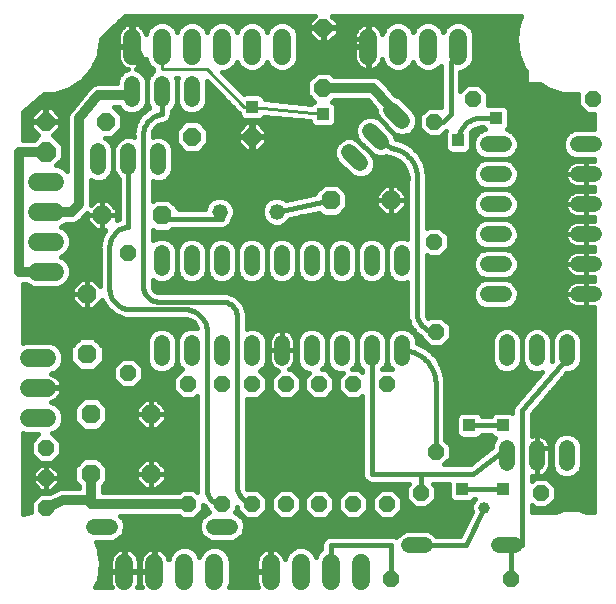
<source format=gbl>
G75*
G70*
%OFA0B0*%
%FSLAX24Y24*%
%IPPOS*%
%LPD*%
%AMOC8*
5,1,8,0,0,1.08239X$1,22.5*
%
%ADD10C,0.0520*%
%ADD11C,0.0520*%
%ADD12OC8,0.0600*%
%ADD13OC8,0.0520*%
%ADD14OC8,0.0630*%
%ADD15C,0.0600*%
%ADD16C,0.0160*%
%ADD17C,0.0396*%
%ADD18C,0.0320*%
%ADD19R,0.0591X0.0591*%
%ADD20C,0.0400*%
%ADD21R,0.0396X0.0396*%
%ADD22C,0.0100*%
%ADD23OC8,0.0660*%
D10*
X003470Y002954D02*
X003990Y002954D01*
X007470Y002954D02*
X007990Y002954D01*
X007730Y008569D02*
X007730Y009089D01*
X008730Y009089D02*
X008730Y008569D01*
X009730Y008569D02*
X009730Y009089D01*
X010730Y009089D02*
X010730Y008569D01*
X011730Y008569D02*
X011730Y009089D01*
X012730Y009089D02*
X012730Y008569D01*
X013730Y008569D02*
X013730Y009089D01*
X013730Y011569D02*
X013730Y012089D01*
X012730Y012089D02*
X012730Y011569D01*
X011730Y011569D02*
X011730Y012089D01*
X010730Y012089D02*
X010730Y011569D01*
X009730Y011569D02*
X009730Y012089D01*
X008730Y012089D02*
X008730Y011569D01*
X007730Y011569D02*
X007730Y012089D01*
X006730Y012089D02*
X006730Y011569D01*
X005730Y011569D02*
X005730Y012089D01*
X005605Y014944D02*
X005605Y015464D01*
X004605Y015464D02*
X004605Y014944D01*
X003605Y014944D02*
X003605Y015464D01*
X004730Y017194D02*
X004730Y017714D01*
X005730Y017714D02*
X005730Y017194D01*
X006730Y017194D02*
X006730Y017714D01*
X011964Y015430D02*
X012331Y015063D01*
X013039Y015770D02*
X012671Y016137D01*
X013378Y016844D02*
X013746Y016477D01*
X016595Y015704D02*
X017115Y015704D01*
X017115Y014704D02*
X016595Y014704D01*
X016595Y013704D02*
X017115Y013704D01*
X017115Y012704D02*
X016595Y012704D01*
X016595Y011704D02*
X017115Y011704D01*
X017115Y010704D02*
X016595Y010704D01*
X017230Y009099D02*
X017230Y008579D01*
X018230Y008579D02*
X018230Y009099D01*
X019230Y009099D02*
X019230Y008579D01*
X019595Y010704D02*
X020115Y010704D01*
X020115Y011704D02*
X019595Y011704D01*
X019595Y012704D02*
X020115Y012704D01*
X020115Y013704D02*
X019595Y013704D01*
X019595Y014704D02*
X020115Y014704D01*
X020115Y015704D02*
X019595Y015704D01*
X019230Y005579D02*
X019230Y005059D01*
X018230Y005059D02*
X018230Y005579D01*
X017230Y005579D02*
X017230Y005059D01*
X017490Y002329D02*
X016970Y002329D01*
X014490Y002329D02*
X013970Y002329D01*
X006730Y008569D02*
X006730Y009089D01*
X005730Y009089D02*
X005730Y008569D01*
D11*
X007655Y013454D03*
X009555Y013454D03*
D12*
X008730Y015954D03*
X006730Y015954D03*
X003855Y016454D03*
X001855Y016454D03*
X011105Y017579D03*
X011105Y019579D03*
D13*
X014805Y016454D03*
X016105Y017204D03*
X020105Y017204D03*
X014805Y012454D03*
X014855Y009454D03*
X013230Y007704D03*
X012105Y007704D03*
X010980Y007704D03*
X009855Y007704D03*
X008730Y007704D03*
X007730Y007704D03*
X006605Y007704D03*
X004605Y008079D03*
X001855Y005579D03*
X001855Y004579D03*
X001855Y003579D03*
X006605Y003704D03*
X007730Y003704D03*
X008730Y003704D03*
X009855Y003704D03*
X010980Y003704D03*
X012105Y003704D03*
X013230Y003704D03*
X014355Y004079D03*
X014855Y005454D03*
X018355Y004079D03*
X017355Y001204D03*
X013355Y001204D03*
X004605Y012079D03*
D14*
X003730Y013329D03*
X005730Y013329D03*
X003230Y010704D03*
X003230Y008704D03*
X003355Y006704D03*
X005355Y006704D03*
X005355Y004704D03*
X003355Y004704D03*
X011355Y013829D03*
X013355Y013829D03*
D15*
X013605Y018654D02*
X013605Y019254D01*
X014605Y019254D02*
X014605Y018654D01*
X015605Y018654D02*
X015605Y019254D01*
X012605Y019254D02*
X012605Y018654D01*
X009730Y018654D02*
X009730Y019254D01*
X008730Y019254D02*
X008730Y018654D01*
X007730Y018654D02*
X007730Y019254D01*
X006730Y019254D02*
X006730Y018654D01*
X005730Y018654D02*
X005730Y019254D01*
X004730Y019254D02*
X004730Y018654D01*
X002155Y014454D02*
X001555Y014454D01*
X001555Y013454D02*
X002155Y013454D01*
X002155Y012454D02*
X001555Y012454D01*
X001555Y011454D02*
X002155Y011454D01*
X001905Y008579D02*
X001305Y008579D01*
X001305Y007579D02*
X001905Y007579D01*
X001905Y006579D02*
X001305Y006579D01*
X004480Y001754D02*
X004480Y001154D01*
X005480Y001154D02*
X005480Y001754D01*
X006480Y001754D02*
X006480Y001154D01*
X007480Y001154D02*
X007480Y001754D01*
X009355Y001754D02*
X009355Y001154D01*
X010355Y001154D02*
X010355Y001754D01*
X011355Y001754D02*
X011355Y001154D01*
X012355Y001154D02*
X012355Y001754D01*
D16*
X001085Y003374D02*
X001085Y006085D01*
X001197Y006039D01*
X001608Y006039D01*
X001355Y005786D01*
X001355Y005371D01*
X001648Y005079D01*
X002062Y005079D01*
X002355Y005371D01*
X002355Y005786D01*
X002075Y006065D01*
X002211Y006121D01*
X002362Y006273D01*
X002445Y006471D01*
X002445Y006686D01*
X002362Y006884D01*
X002211Y007036D01*
X002025Y007113D01*
X002089Y007134D01*
X002156Y007168D01*
X002217Y007212D01*
X002271Y007266D01*
X002315Y007327D01*
X002350Y007394D01*
X002373Y007466D01*
X002385Y007541D01*
X002385Y007558D01*
X001625Y007558D01*
X001625Y007599D01*
X002385Y007599D01*
X002385Y007616D01*
X002373Y007691D01*
X002350Y007763D01*
X002315Y007830D01*
X002271Y007891D01*
X002217Y007945D01*
X002156Y007989D01*
X002089Y008023D01*
X002025Y008044D01*
X002211Y008121D01*
X002362Y008273D01*
X002445Y008471D01*
X002445Y008686D01*
X002362Y008884D01*
X002211Y009036D01*
X002012Y009119D01*
X001197Y009119D01*
X001085Y009072D01*
X001085Y011054D01*
X001191Y011054D01*
X001249Y010996D01*
X001447Y010914D01*
X002262Y010914D01*
X002461Y010996D01*
X002612Y011148D01*
X002695Y011346D01*
X002695Y011561D01*
X002612Y011759D01*
X002461Y011911D01*
X002359Y011954D01*
X002461Y011996D01*
X002612Y012148D01*
X002695Y012346D01*
X002695Y012561D01*
X002612Y012759D01*
X002461Y012911D01*
X002359Y012954D01*
X002461Y012996D01*
X002518Y013054D01*
X002650Y013054D01*
X002809Y013054D01*
X002956Y013114D01*
X003235Y013393D01*
X003235Y013329D01*
X003729Y013329D01*
X003729Y013328D01*
X003235Y013328D01*
X003235Y013124D01*
X003525Y012834D01*
X003729Y012834D01*
X003729Y013328D01*
X003730Y013328D01*
X003730Y012834D01*
X003829Y012834D01*
X003718Y012646D01*
X003647Y012334D01*
X003660Y012189D01*
X003660Y010973D01*
X003435Y011199D01*
X003230Y011199D01*
X003230Y010704D01*
X003229Y010704D01*
X003229Y010703D01*
X002735Y010703D01*
X002735Y010499D01*
X003025Y010209D01*
X003229Y010209D01*
X003229Y010703D01*
X003230Y010703D01*
X003230Y010209D01*
X003435Y010209D01*
X003725Y010499D01*
X003881Y010236D01*
X004122Y010025D01*
X004416Y009899D01*
X004416Y009899D01*
X004527Y009889D01*
X004541Y009884D01*
X004590Y009884D01*
X004639Y009879D01*
X004653Y009884D01*
X006480Y009884D01*
X006547Y009878D01*
X006675Y009837D01*
X006784Y009758D01*
X006863Y009649D01*
X006891Y009563D01*
X006829Y009589D01*
X006630Y009589D01*
X006446Y009512D01*
X006306Y009372D01*
X006230Y009188D01*
X006230Y008469D01*
X006306Y008285D01*
X006393Y008199D01*
X006105Y007911D01*
X006105Y007496D01*
X006398Y007204D01*
X006812Y007204D01*
X006910Y007301D01*
X006910Y004140D01*
X006910Y004106D01*
X006812Y004204D01*
X006398Y004204D01*
X006298Y004104D01*
X003755Y004104D01*
X003755Y004319D01*
X003910Y004474D01*
X003910Y004933D01*
X003585Y005259D01*
X003125Y005259D01*
X002800Y004933D01*
X002800Y004474D01*
X002955Y004319D01*
X002955Y004228D01*
X002504Y004228D01*
X002501Y004229D01*
X002423Y004228D01*
X002348Y004228D01*
X002345Y004226D01*
X002341Y004226D01*
X002272Y004196D01*
X002201Y004167D01*
X002199Y004164D01*
X002001Y004079D01*
X001648Y004079D01*
X001355Y003786D01*
X001355Y003455D01*
X001090Y003377D01*
X001085Y003374D01*
X001090Y003377D02*
X001090Y003377D01*
X001085Y003466D02*
X001355Y003466D01*
X001355Y003624D02*
X001085Y003624D01*
X001085Y003783D02*
X001355Y003783D01*
X001511Y003941D02*
X001085Y003941D01*
X001085Y004100D02*
X002051Y004100D01*
X002037Y004139D02*
X002295Y004396D01*
X002295Y004578D01*
X001855Y004578D01*
X001855Y004139D01*
X002037Y004139D01*
X002157Y004259D02*
X002955Y004259D01*
X002856Y004417D02*
X002295Y004417D01*
X002295Y004576D02*
X002800Y004576D01*
X002800Y004734D02*
X002295Y004734D01*
X002295Y004761D02*
X002037Y005019D01*
X001855Y005019D01*
X001855Y004579D01*
X001854Y004579D01*
X001854Y004578D01*
X001415Y004578D01*
X001415Y004396D01*
X001672Y004139D01*
X001854Y004139D01*
X001854Y004578D01*
X001855Y004578D01*
X001855Y004579D01*
X002295Y004579D01*
X002295Y004761D01*
X002163Y004893D02*
X002800Y004893D01*
X002918Y005051D02*
X001085Y005051D01*
X001085Y004893D02*
X001547Y004893D01*
X001672Y005019D02*
X001415Y004761D01*
X001415Y004579D01*
X001854Y004579D01*
X001854Y005019D01*
X001672Y005019D01*
X001854Y004893D02*
X001855Y004893D01*
X001854Y004734D02*
X001855Y004734D01*
X001854Y004576D02*
X001855Y004576D01*
X001854Y004417D02*
X001855Y004417D01*
X001854Y004259D02*
X001855Y004259D01*
X001552Y004259D02*
X001085Y004259D01*
X001085Y004417D02*
X001415Y004417D01*
X001415Y004576D02*
X001085Y004576D01*
X001085Y004734D02*
X001415Y004734D01*
X001516Y005210D02*
X001085Y005210D01*
X001085Y005368D02*
X001358Y005368D01*
X001355Y005527D02*
X001085Y005527D01*
X001085Y005685D02*
X001355Y005685D01*
X001413Y005844D02*
X001085Y005844D01*
X001085Y006003D02*
X001572Y006003D01*
X002138Y006003D02*
X006910Y006003D01*
X006910Y006161D02*
X003597Y006161D01*
X003585Y006149D02*
X003910Y006474D01*
X003910Y006933D01*
X003585Y007259D01*
X003125Y007259D01*
X002800Y006933D01*
X002800Y006474D01*
X003125Y006149D01*
X003585Y006149D01*
X003756Y006320D02*
X005039Y006320D01*
X005150Y006209D02*
X004860Y006499D01*
X004860Y006703D01*
X005354Y006703D01*
X005354Y006704D01*
X004860Y006704D01*
X004860Y006909D01*
X005150Y007199D01*
X005354Y007199D01*
X005354Y006704D01*
X005355Y006704D01*
X005355Y007199D01*
X005560Y007199D01*
X005850Y006909D01*
X005850Y006704D01*
X005355Y006704D01*
X005355Y006703D01*
X005355Y006209D01*
X005560Y006209D01*
X005850Y006499D01*
X005850Y006703D01*
X005355Y006703D01*
X005354Y006703D01*
X005354Y006209D01*
X005150Y006209D01*
X005354Y006320D02*
X005355Y006320D01*
X005354Y006478D02*
X005355Y006478D01*
X005354Y006637D02*
X005355Y006637D01*
X005354Y006795D02*
X005355Y006795D01*
X005354Y006954D02*
X005355Y006954D01*
X005354Y007112D02*
X005355Y007112D01*
X005646Y007112D02*
X006910Y007112D01*
X006910Y006954D02*
X005804Y006954D01*
X005850Y006795D02*
X006910Y006795D01*
X006910Y006637D02*
X005850Y006637D01*
X005829Y006478D02*
X006910Y006478D01*
X006910Y006320D02*
X005671Y006320D01*
X004880Y006478D02*
X003910Y006478D01*
X003910Y006637D02*
X004860Y006637D01*
X004860Y006795D02*
X003910Y006795D01*
X003889Y006954D02*
X004905Y006954D01*
X005064Y007112D02*
X003731Y007112D01*
X002979Y007112D02*
X002027Y007112D01*
X002274Y007271D02*
X006330Y007271D01*
X006172Y007429D02*
X002361Y007429D01*
X002355Y007747D02*
X004230Y007747D01*
X004105Y007871D02*
X004398Y007579D01*
X004812Y007579D01*
X005105Y007871D01*
X005105Y008286D01*
X004812Y008579D01*
X004398Y008579D01*
X004105Y008286D01*
X004105Y007871D01*
X004105Y007905D02*
X002257Y007905D01*
X002073Y008064D02*
X004105Y008064D01*
X004105Y008222D02*
X003533Y008222D01*
X003460Y008149D02*
X003785Y008474D01*
X003785Y008933D01*
X003460Y009259D01*
X003000Y009259D01*
X002675Y008933D01*
X002675Y008474D01*
X003000Y008149D01*
X003460Y008149D01*
X003692Y008381D02*
X004200Y008381D01*
X004358Y008539D02*
X003785Y008539D01*
X003785Y008698D02*
X005230Y008698D01*
X005230Y008856D02*
X003785Y008856D01*
X003703Y009015D02*
X005230Y009015D01*
X005230Y009173D02*
X003545Y009173D01*
X002915Y009173D02*
X001085Y009173D01*
X001085Y009332D02*
X005289Y009332D01*
X005306Y009372D02*
X005230Y009188D01*
X005230Y008469D01*
X005306Y008285D01*
X005446Y008145D01*
X005630Y008069D01*
X005829Y008069D01*
X006013Y008145D01*
X006154Y008285D01*
X006230Y008469D01*
X006230Y009188D01*
X006154Y009372D01*
X006013Y009512D01*
X005829Y009589D01*
X005630Y009589D01*
X005446Y009512D01*
X005306Y009372D01*
X005425Y009491D02*
X001085Y009491D01*
X001085Y009649D02*
X006863Y009649D01*
X006715Y009808D02*
X001085Y009808D01*
X001085Y009966D02*
X004261Y009966D01*
X004122Y010025D02*
X004122Y010025D01*
X004009Y010125D02*
X001085Y010125D01*
X001085Y010283D02*
X002950Y010283D01*
X002791Y010442D02*
X001085Y010442D01*
X001085Y010600D02*
X002735Y010600D01*
X002735Y010704D02*
X003229Y010704D01*
X003229Y011199D01*
X003025Y011199D01*
X002735Y010909D01*
X002735Y010704D01*
X002735Y010759D02*
X001085Y010759D01*
X001085Y010917D02*
X001438Y010917D01*
X002271Y010917D02*
X002744Y010917D01*
X002902Y011076D02*
X002541Y011076D01*
X002648Y011234D02*
X003660Y011234D01*
X003660Y011076D02*
X003557Y011076D01*
X003230Y011076D02*
X003229Y011076D01*
X003229Y010917D02*
X003230Y010917D01*
X003229Y010759D02*
X003230Y010759D01*
X003229Y010600D02*
X003230Y010600D01*
X003229Y010442D02*
X003230Y010442D01*
X003229Y010283D02*
X003230Y010283D01*
X003509Y010283D02*
X003853Y010283D01*
X003881Y010236D02*
X003881Y010236D01*
X003759Y010442D02*
X003668Y010442D01*
X003725Y010499D02*
X003725Y010499D01*
X003980Y010954D02*
X003980Y012204D01*
X003660Y012186D02*
X002628Y012186D01*
X002694Y012344D02*
X003649Y012344D01*
X003647Y012334D02*
X003647Y012334D01*
X003685Y012503D02*
X002695Y012503D01*
X002653Y012661D02*
X003727Y012661D01*
X003718Y012646D02*
X003718Y012646D01*
X003821Y012820D02*
X002552Y012820D01*
X002419Y012978D02*
X003380Y012978D01*
X003235Y013137D02*
X002979Y013137D01*
X003137Y013296D02*
X003235Y013296D01*
X003380Y013678D02*
X003380Y013783D01*
X003380Y014496D01*
X003505Y014444D01*
X003704Y014444D01*
X003888Y014520D01*
X004029Y014660D01*
X004105Y014844D01*
X004181Y014660D01*
X004285Y014556D01*
X004285Y013201D01*
X004225Y013176D01*
X004225Y013328D01*
X003730Y013328D01*
X003730Y013329D01*
X003729Y013329D01*
X003729Y013824D01*
X003525Y013824D01*
X003380Y013678D01*
X003380Y013771D02*
X003472Y013771D01*
X003380Y013930D02*
X004285Y013930D01*
X004285Y014088D02*
X003380Y014088D01*
X003380Y014247D02*
X004285Y014247D01*
X004285Y014405D02*
X003380Y014405D01*
X003932Y014564D02*
X004277Y014564D01*
X004155Y014722D02*
X004054Y014722D01*
X004105Y014844D02*
X004105Y015563D01*
X004105Y014844D01*
X004105Y014881D02*
X004105Y014881D01*
X004105Y015040D02*
X004105Y015040D01*
X004105Y015198D02*
X004105Y015198D01*
X004105Y015357D02*
X004105Y015357D01*
X004105Y015515D02*
X004105Y015515D01*
X004105Y015563D02*
X004029Y015747D01*
X003888Y015887D01*
X003825Y015914D01*
X004078Y015914D01*
X004395Y016230D01*
X004395Y016677D01*
X004143Y016929D01*
X004298Y016929D01*
X004306Y016910D01*
X004446Y016770D01*
X004630Y016694D01*
X004829Y016694D01*
X005013Y016770D01*
X005154Y016910D01*
X005230Y017094D01*
X005306Y016910D01*
X005308Y016908D01*
X005247Y016882D01*
X005006Y016671D01*
X004843Y016396D01*
X004772Y016084D01*
X004785Y015939D01*
X004785Y015930D01*
X004704Y015964D01*
X004505Y015964D01*
X004321Y015887D01*
X004181Y015747D01*
X004105Y015563D01*
X004059Y015674D02*
X004151Y015674D01*
X004266Y015832D02*
X003943Y015832D01*
X004156Y015991D02*
X004780Y015991D01*
X004772Y016084D02*
X004772Y016084D01*
X004786Y016149D02*
X004314Y016149D01*
X004395Y016308D02*
X004823Y016308D01*
X004843Y016396D02*
X004843Y016396D01*
X004885Y016466D02*
X004395Y016466D01*
X004395Y016625D02*
X004979Y016625D01*
X005006Y016671D02*
X005006Y016671D01*
X005006Y016671D01*
X005027Y016784D02*
X005135Y016784D01*
X005247Y016882D02*
X005247Y016882D01*
X005293Y016942D02*
X005167Y016942D01*
X005230Y017094D02*
X005230Y017813D01*
X005306Y017997D01*
X005444Y018135D01*
X005440Y018146D01*
X005440Y018189D01*
X005424Y018196D01*
X005272Y018348D01*
X005195Y018533D01*
X005175Y018469D01*
X005140Y018402D01*
X005096Y018341D01*
X005042Y018287D01*
X004981Y018243D01*
X004914Y018209D01*
X004873Y018195D01*
X005013Y018137D01*
X005154Y017997D01*
X005230Y017813D01*
X005230Y017094D01*
X005230Y017101D02*
X005230Y017101D01*
X005230Y017259D02*
X005230Y017259D01*
X005230Y017418D02*
X005230Y017418D01*
X005230Y017576D02*
X005230Y017576D01*
X005230Y017735D02*
X005230Y017735D01*
X005196Y017893D02*
X005263Y017893D01*
X005361Y018052D02*
X005098Y018052D01*
X004917Y018210D02*
X005409Y018210D01*
X005263Y018369D02*
X005116Y018369D01*
X005193Y018527D02*
X005197Y018527D01*
X004750Y018974D02*
X004710Y018974D01*
X004710Y019734D01*
X004692Y019734D01*
X004617Y019722D01*
X004545Y019698D01*
X004478Y019664D01*
X004417Y019620D01*
X004364Y019566D01*
X004319Y019505D01*
X004285Y019438D01*
X004262Y019366D01*
X004250Y019291D01*
X004250Y018974D01*
X004709Y018974D01*
X004709Y018933D01*
X004250Y018933D01*
X004250Y018616D01*
X004262Y018541D01*
X004285Y018469D01*
X004319Y018402D01*
X004364Y018341D01*
X004417Y018287D01*
X004478Y018243D01*
X004545Y018209D01*
X004586Y018195D01*
X004446Y018137D01*
X004306Y017997D01*
X004230Y017813D01*
X004230Y017729D01*
X003666Y017729D01*
X003648Y017734D01*
X003587Y017729D01*
X003525Y017729D01*
X003508Y017721D01*
X003489Y017720D01*
X003435Y017691D01*
X003378Y017668D01*
X003365Y017654D01*
X003348Y017646D01*
X003309Y017598D01*
X003266Y017555D01*
X003259Y017538D01*
X002684Y016849D01*
X002641Y016805D01*
X002633Y016788D01*
X002621Y016773D01*
X002603Y016715D01*
X002580Y016658D01*
X002580Y016639D01*
X002574Y016622D01*
X002580Y016561D01*
X002580Y014792D01*
X002461Y014911D01*
X002262Y014994D01*
X002201Y014994D01*
X002425Y015217D01*
X002425Y015690D01*
X002097Y016017D01*
X002335Y016255D01*
X002335Y016433D01*
X001875Y016433D01*
X001875Y016474D01*
X001835Y016474D01*
X001835Y016934D01*
X001656Y016934D01*
X001375Y016652D01*
X001375Y016474D01*
X001834Y016474D01*
X001834Y016433D01*
X001375Y016433D01*
X001375Y016255D01*
X001612Y016017D01*
X001449Y015854D01*
X001085Y015854D01*
X001085Y016758D01*
X001605Y017204D01*
X001791Y017382D01*
X002117Y017382D01*
X002619Y017530D01*
X003060Y017813D01*
X003403Y018209D01*
X003620Y018685D01*
X003695Y019204D01*
X003693Y019212D01*
X004481Y019970D01*
X010817Y019970D01*
X010625Y019777D01*
X010625Y019599D01*
X011084Y019599D01*
X011084Y019558D01*
X010625Y019558D01*
X010625Y019380D01*
X010906Y019099D01*
X011085Y019099D01*
X011085Y019558D01*
X011125Y019558D01*
X011125Y019099D01*
X011304Y019099D01*
X011585Y019380D01*
X011585Y019558D01*
X011125Y019558D01*
X011125Y019599D01*
X011585Y019599D01*
X011585Y019777D01*
X011392Y019970D01*
X017702Y019970D01*
X017589Y019722D01*
X017515Y019204D01*
X017515Y019204D01*
X017589Y018685D01*
X017807Y018209D01*
X017807Y018209D01*
X017855Y018154D01*
X017855Y017704D01*
X018320Y017704D01*
X018590Y017530D01*
X018590Y017530D01*
X019093Y017382D01*
X019605Y017382D01*
X019605Y016996D01*
X019898Y016704D01*
X020120Y016704D01*
X020120Y016204D01*
X019495Y016204D01*
X019311Y016127D01*
X019171Y015987D01*
X019095Y015803D01*
X019095Y015604D01*
X019171Y015420D01*
X019311Y015280D01*
X019495Y015204D01*
X020120Y015204D01*
X020120Y015144D01*
X019855Y015144D01*
X019855Y014704D01*
X019854Y014704D01*
X019854Y014703D01*
X019155Y014703D01*
X019155Y014669D01*
X019166Y014600D01*
X019187Y014535D01*
X019218Y014473D01*
X019259Y014417D01*
X019308Y014368D01*
X019364Y014327D01*
X019426Y014296D01*
X019492Y014274D01*
X019560Y014264D01*
X019854Y014264D01*
X019854Y014703D01*
X019855Y014703D01*
X019855Y014264D01*
X020120Y014264D01*
X020120Y014144D01*
X019855Y014144D01*
X019855Y013704D01*
X019854Y013704D01*
X019854Y013703D01*
X019155Y013703D01*
X019155Y013669D01*
X019166Y013600D01*
X019187Y013535D01*
X019218Y013473D01*
X019259Y013417D01*
X019308Y013368D01*
X019364Y013327D01*
X019426Y013296D01*
X019492Y013274D01*
X019560Y013264D01*
X019854Y013264D01*
X019854Y013703D01*
X019855Y013703D01*
X019855Y013264D01*
X020120Y013264D01*
X020120Y013144D01*
X019855Y013144D01*
X019855Y012704D01*
X019854Y012704D01*
X019854Y012703D01*
X019155Y012703D01*
X019155Y012669D01*
X019166Y012600D01*
X019187Y012535D01*
X019218Y012473D01*
X019259Y012417D01*
X019308Y012368D01*
X019364Y012327D01*
X019426Y012296D01*
X019492Y012274D01*
X019560Y012264D01*
X019854Y012264D01*
X019854Y012703D01*
X019855Y012703D01*
X019855Y012264D01*
X020120Y012264D01*
X020120Y012144D01*
X019855Y012144D01*
X019855Y011704D01*
X019854Y011704D01*
X019854Y011703D01*
X019155Y011703D01*
X019155Y011669D01*
X019166Y011600D01*
X019187Y011535D01*
X019218Y011473D01*
X019259Y011417D01*
X019308Y011368D01*
X019364Y011327D01*
X019426Y011296D01*
X019492Y011274D01*
X019560Y011264D01*
X019854Y011264D01*
X019854Y011703D01*
X019855Y011703D01*
X019855Y011264D01*
X020120Y011264D01*
X020120Y011144D01*
X019855Y011144D01*
X019855Y010704D01*
X019854Y010704D01*
X019854Y010703D01*
X019155Y010703D01*
X019155Y010669D01*
X019166Y010600D01*
X017613Y010600D01*
X017615Y010604D02*
X017615Y010803D01*
X017539Y010987D01*
X017398Y011127D01*
X017214Y011204D01*
X017398Y011280D01*
X017539Y011420D01*
X017615Y011604D01*
X017615Y011803D01*
X017539Y011987D01*
X017398Y012127D01*
X017214Y012204D01*
X017398Y012280D01*
X017539Y012420D01*
X017615Y012604D01*
X017615Y012803D01*
X017539Y012987D01*
X017398Y013127D01*
X017214Y013204D01*
X017398Y013280D01*
X017539Y013420D01*
X017615Y013604D01*
X017615Y013803D01*
X017539Y013987D01*
X017398Y014127D01*
X017214Y014204D01*
X017398Y014280D01*
X017539Y014420D01*
X017615Y014604D01*
X017615Y014803D01*
X017539Y014987D01*
X017398Y015127D01*
X017214Y015204D01*
X017398Y015280D01*
X017539Y015420D01*
X017615Y015604D01*
X017615Y015803D01*
X017539Y015987D01*
X017398Y016127D01*
X017215Y016203D01*
X017256Y016244D01*
X017293Y016333D01*
X017293Y016824D01*
X017256Y016913D01*
X017189Y016980D01*
X017101Y017017D01*
X016609Y017017D01*
X016605Y017015D01*
X016605Y017411D01*
X016312Y017704D01*
X015898Y017704D01*
X015675Y017481D01*
X015675Y018114D01*
X015712Y018114D01*
X015911Y018196D01*
X016062Y018348D01*
X016145Y018546D01*
X016145Y019361D01*
X016062Y019559D01*
X015911Y019711D01*
X015712Y019794D01*
X015497Y019794D01*
X015299Y019711D01*
X015147Y019559D01*
X015105Y019457D01*
X015062Y019559D01*
X014911Y019711D01*
X014712Y019794D01*
X014497Y019794D01*
X014299Y019711D01*
X014147Y019559D01*
X014105Y019457D01*
X014062Y019559D01*
X013911Y019711D01*
X013712Y019794D01*
X013497Y019794D01*
X013299Y019711D01*
X013147Y019559D01*
X013070Y019374D01*
X013050Y019438D01*
X013015Y019505D01*
X012971Y019566D01*
X012917Y019620D01*
X012856Y019664D01*
X012789Y019698D01*
X012717Y019722D01*
X012642Y019734D01*
X012625Y019734D01*
X012625Y018974D01*
X012585Y018974D01*
X012585Y019734D01*
X012567Y019734D01*
X012492Y019722D01*
X012420Y019698D01*
X012353Y019664D01*
X012292Y019620D01*
X012239Y019566D01*
X012194Y019505D01*
X012160Y019438D01*
X012137Y019366D01*
X012125Y019291D01*
X012125Y018974D01*
X012584Y018974D01*
X012584Y018933D01*
X012125Y018933D01*
X012125Y018616D01*
X012137Y018541D01*
X012160Y018469D01*
X012194Y018402D01*
X012239Y018341D01*
X012292Y018287D01*
X012353Y018243D01*
X012420Y018209D01*
X012492Y018185D01*
X012567Y018174D01*
X012585Y018174D01*
X012585Y018933D01*
X012625Y018933D01*
X012625Y018174D01*
X012642Y018174D01*
X012717Y018185D01*
X012789Y018209D01*
X012856Y018243D01*
X012917Y018287D01*
X012971Y018341D01*
X013015Y018402D01*
X013050Y018469D01*
X013070Y018533D01*
X013147Y018348D01*
X013299Y018196D01*
X013497Y018114D01*
X013712Y018114D01*
X013911Y018196D01*
X014062Y018348D01*
X014105Y018450D01*
X014147Y018348D01*
X014299Y018196D01*
X014497Y018114D01*
X014712Y018114D01*
X014911Y018196D01*
X015035Y018320D01*
X015035Y016931D01*
X015012Y016954D01*
X014598Y016954D01*
X014305Y016661D01*
X014305Y016246D01*
X014598Y015954D01*
X015012Y015954D01*
X015191Y016132D01*
X015167Y016074D01*
X015167Y015583D01*
X015203Y015494D01*
X015271Y015427D01*
X015359Y015390D01*
X015851Y015390D01*
X015939Y015427D01*
X016006Y015494D01*
X016043Y015583D01*
X016043Y016074D01*
X016030Y016105D01*
X016051Y016133D01*
X016159Y016212D01*
X016287Y016253D01*
X016355Y016259D01*
X016447Y016259D01*
X016453Y016244D01*
X016494Y016203D01*
X016311Y016127D01*
X016171Y015987D01*
X016095Y015803D01*
X016095Y015604D01*
X016171Y015420D01*
X016311Y015280D01*
X016495Y015204D01*
X017214Y015204D01*
X016495Y015204D01*
X016311Y015127D01*
X016171Y014987D01*
X016095Y014803D01*
X016095Y014604D01*
X016171Y014420D01*
X016311Y014280D01*
X016495Y014204D01*
X017214Y014204D01*
X016495Y014204D01*
X016311Y014127D01*
X016171Y013987D01*
X016095Y013803D01*
X016095Y013604D01*
X016171Y013420D01*
X016311Y013280D01*
X016495Y013204D01*
X017214Y013204D01*
X016495Y013204D01*
X016311Y013127D01*
X016171Y012987D01*
X016095Y012803D01*
X016095Y012604D01*
X016171Y012420D01*
X016311Y012280D01*
X016495Y012204D01*
X017214Y012204D01*
X016495Y012204D01*
X016311Y012127D01*
X016171Y011987D01*
X016095Y011803D01*
X016095Y011604D01*
X016171Y011420D01*
X016311Y011280D01*
X016495Y011204D01*
X017214Y011204D01*
X016495Y011204D01*
X016311Y011127D01*
X016171Y010987D01*
X016095Y010803D01*
X016095Y010604D01*
X016171Y010420D01*
X016311Y010280D01*
X016495Y010204D01*
X017214Y010204D01*
X017398Y010280D01*
X017539Y010420D01*
X017615Y010604D01*
X017615Y010759D02*
X019158Y010759D01*
X019155Y010738D02*
X019155Y010704D01*
X019854Y010704D01*
X019854Y011144D01*
X019560Y011144D01*
X019492Y011133D01*
X019426Y011111D01*
X019364Y011080D01*
X019308Y011039D01*
X019259Y010990D01*
X019218Y010934D01*
X019187Y010872D01*
X019166Y010807D01*
X019155Y010738D01*
X019166Y010600D02*
X019187Y010535D01*
X019218Y010473D01*
X019259Y010417D01*
X019308Y010368D01*
X019364Y010327D01*
X019426Y010296D01*
X019492Y010274D01*
X019560Y010264D01*
X019854Y010264D01*
X019854Y010703D01*
X019855Y010703D01*
X019855Y010264D01*
X020120Y010264D01*
X020120Y003454D01*
X019859Y003454D01*
X019617Y003525D01*
X019617Y003525D01*
X019093Y003525D01*
X019093Y003525D01*
X018850Y003454D01*
X018050Y003454D01*
X018050Y003676D01*
X018148Y003579D01*
X018562Y003579D01*
X018855Y003871D01*
X018855Y004286D01*
X018562Y004579D01*
X018148Y004579D01*
X018050Y004481D01*
X018050Y004656D01*
X018061Y004651D01*
X018127Y004629D01*
X018195Y004619D01*
X018229Y004619D01*
X018229Y005578D01*
X018230Y005578D01*
X018230Y004619D01*
X018264Y004619D01*
X018333Y004629D01*
X018399Y004651D01*
X018460Y004682D01*
X018516Y004723D01*
X018565Y004772D01*
X018606Y004828D01*
X018637Y004890D01*
X018659Y004955D01*
X018670Y005024D01*
X018670Y005578D01*
X018230Y005578D01*
X018230Y005579D01*
X018229Y005579D01*
X018229Y006019D01*
X018195Y006019D01*
X018127Y006008D01*
X018061Y005986D01*
X018050Y005981D01*
X018050Y006710D01*
X019223Y008079D01*
X019329Y008079D01*
X019513Y008155D01*
X019654Y008295D01*
X019730Y008479D01*
X019730Y009198D01*
X019654Y009382D01*
X019513Y009522D01*
X019329Y009599D01*
X019130Y009599D01*
X018946Y009522D01*
X018806Y009382D01*
X018730Y009198D01*
X018730Y008487D01*
X018730Y008487D01*
X018730Y009198D01*
X018654Y009382D01*
X018513Y009522D01*
X018329Y009599D01*
X018130Y009599D01*
X017946Y009522D01*
X017806Y009382D01*
X017730Y009198D01*
X017730Y008479D01*
X017806Y008295D01*
X017946Y008155D01*
X018130Y008079D01*
X018329Y008079D01*
X018408Y008111D01*
X017495Y007046D01*
X017458Y007010D01*
X017454Y006998D01*
X017445Y006988D01*
X017429Y006940D01*
X017410Y006892D01*
X017410Y006879D01*
X017406Y006867D01*
X017410Y006816D01*
X017410Y006742D01*
X017351Y006767D01*
X016859Y006767D01*
X016771Y006730D01*
X016703Y006663D01*
X016697Y006649D01*
X016387Y006649D01*
X016381Y006663D01*
X016314Y006730D01*
X016226Y006767D01*
X015734Y006767D01*
X015646Y006730D01*
X015578Y006663D01*
X015542Y006574D01*
X015542Y006083D01*
X015578Y005994D01*
X015646Y005927D01*
X015734Y005890D01*
X016226Y005890D01*
X016314Y005927D01*
X016381Y005994D01*
X016387Y006009D01*
X016697Y006009D01*
X016703Y005994D01*
X016771Y005927D01*
X016842Y005898D01*
X016806Y005862D01*
X016730Y005678D01*
X016730Y005595D01*
X015995Y005024D01*
X015132Y005024D01*
X015355Y005246D01*
X015355Y005661D01*
X015175Y005841D01*
X015175Y006765D01*
X015175Y007142D01*
X015175Y007640D01*
X015175Y007704D01*
X015175Y007744D01*
X015175Y007767D01*
X015175Y007767D01*
X015175Y007894D01*
X015076Y008261D01*
X015076Y008261D01*
X014886Y008591D01*
X014617Y008860D01*
X014287Y009050D01*
X014230Y009065D01*
X014230Y009188D01*
X014154Y009372D01*
X014013Y009512D01*
X013829Y009589D01*
X013630Y009589D01*
X013446Y009512D01*
X013306Y009372D01*
X013230Y009188D01*
X013230Y008469D01*
X013306Y008285D01*
X013388Y008204D01*
X013072Y008204D01*
X013154Y008285D01*
X013230Y008469D01*
X013230Y009188D01*
X013154Y009372D01*
X013013Y009512D01*
X012829Y009589D01*
X012630Y009589D01*
X012446Y009512D01*
X012306Y009372D01*
X012230Y009188D01*
X012230Y008469D01*
X012306Y008285D01*
X012410Y008181D01*
X012410Y008106D01*
X012312Y008204D01*
X012072Y008204D01*
X012154Y008285D01*
X012230Y008469D01*
X012230Y009188D01*
X012154Y009372D01*
X012013Y009512D01*
X011829Y009589D01*
X011630Y009589D01*
X011446Y009512D01*
X011306Y009372D01*
X011230Y009188D01*
X011230Y008469D01*
X011306Y008285D01*
X011446Y008145D01*
X011630Y008069D01*
X011763Y008069D01*
X011605Y007911D01*
X011605Y007496D01*
X011898Y007204D01*
X012312Y007204D01*
X012410Y007301D01*
X012410Y004767D01*
X012410Y004640D01*
X012458Y004522D01*
X012548Y004432D01*
X012666Y004384D01*
X013953Y004384D01*
X013855Y004286D01*
X013855Y003871D01*
X014148Y003579D01*
X014562Y003579D01*
X014855Y003871D01*
X014855Y004286D01*
X014757Y004384D01*
X015292Y004384D01*
X015292Y003958D01*
X015328Y003869D01*
X015396Y003802D01*
X015484Y003765D01*
X015976Y003765D01*
X016064Y003802D01*
X016131Y003869D01*
X016137Y003884D01*
X016165Y003884D01*
X016108Y003827D01*
X016042Y003666D01*
X016042Y003491D01*
X016058Y003451D01*
X015657Y002649D01*
X014877Y002649D01*
X014773Y002752D01*
X014589Y002829D01*
X013870Y002829D01*
X013686Y002752D01*
X013546Y002612D01*
X013539Y002596D01*
X013536Y002600D01*
X013418Y002649D01*
X013291Y002649D01*
X011291Y002649D01*
X011173Y002600D01*
X011083Y002510D01*
X011035Y002392D01*
X011035Y002265D01*
X011035Y002197D01*
X010897Y002059D01*
X010855Y001957D01*
X010812Y002059D01*
X010661Y002211D01*
X010462Y002294D01*
X010247Y002294D01*
X010049Y002211D01*
X009897Y002059D01*
X009820Y001874D01*
X009800Y001938D01*
X009765Y002005D01*
X009721Y002066D01*
X009667Y002120D01*
X009606Y002164D01*
X009539Y002198D01*
X009467Y002222D01*
X009392Y002234D01*
X009375Y002234D01*
X009375Y001474D01*
X009335Y001474D01*
X009335Y002234D01*
X009317Y002234D01*
X009242Y002222D01*
X009170Y002198D01*
X009103Y002164D01*
X009042Y002120D01*
X008989Y002066D01*
X008944Y002005D01*
X008910Y001938D01*
X008887Y001866D01*
X008875Y001791D01*
X008875Y001474D01*
X009334Y001474D01*
X009334Y001433D01*
X008875Y001433D01*
X008875Y001116D01*
X008887Y001041D01*
X008910Y000969D01*
X008928Y000934D01*
X007973Y000934D01*
X008020Y001046D01*
X008020Y001861D01*
X007937Y002059D01*
X007786Y002211D01*
X007587Y002294D01*
X007372Y002294D01*
X007174Y002211D01*
X007022Y002059D01*
X006980Y001957D01*
X006937Y002059D01*
X006786Y002211D01*
X006587Y002294D01*
X006372Y002294D01*
X006174Y002211D01*
X006022Y002059D01*
X005945Y001874D01*
X005925Y001938D01*
X005890Y002005D01*
X005846Y002066D01*
X005792Y002120D01*
X005731Y002164D01*
X005664Y002198D01*
X005592Y002222D01*
X005517Y002234D01*
X005500Y002234D01*
X005500Y001474D01*
X005460Y001474D01*
X005460Y002234D01*
X005442Y002234D01*
X005367Y002222D01*
X005295Y002198D01*
X005228Y002164D01*
X005167Y002120D01*
X005114Y002066D01*
X005069Y002005D01*
X005035Y001938D01*
X005012Y001866D01*
X005000Y001791D01*
X005000Y001474D01*
X005459Y001474D01*
X005459Y001433D01*
X005000Y001433D01*
X005000Y001116D01*
X005012Y001041D01*
X005035Y000969D01*
X005053Y000934D01*
X004906Y000934D01*
X004925Y000969D01*
X004948Y001041D01*
X004960Y001116D01*
X004960Y001433D01*
X004500Y001433D01*
X004500Y001474D01*
X004460Y001474D01*
X004460Y002234D01*
X004442Y002234D01*
X004367Y002222D01*
X004295Y002198D01*
X004228Y002164D01*
X004167Y002120D01*
X004114Y002066D01*
X004069Y002005D01*
X004035Y001938D01*
X004012Y001866D01*
X004000Y001791D01*
X004000Y001474D01*
X004459Y001474D01*
X004459Y001433D01*
X004000Y001433D01*
X004000Y001116D01*
X004012Y001041D01*
X004035Y000969D01*
X004053Y000934D01*
X003505Y000934D01*
X003620Y001185D01*
X003695Y001704D01*
X003620Y002222D01*
X003514Y002454D01*
X004089Y002454D01*
X004273Y002530D01*
X004414Y002670D01*
X004490Y002854D01*
X004490Y003053D01*
X004414Y003237D01*
X004347Y003304D01*
X006298Y003304D01*
X006398Y003204D01*
X006812Y003204D01*
X007105Y003496D01*
X007105Y003669D01*
X007230Y003544D01*
X007230Y003496D01*
X007301Y003425D01*
X007186Y003377D01*
X007046Y003237D01*
X006970Y003053D01*
X006970Y002854D01*
X007046Y002670D01*
X007186Y002530D01*
X007370Y002454D01*
X008089Y002454D01*
X008273Y002530D01*
X008414Y002670D01*
X008490Y002854D01*
X008490Y003053D01*
X008414Y003237D01*
X008273Y003377D01*
X008158Y003425D01*
X008230Y003496D01*
X008523Y003204D01*
X008937Y003204D01*
X009230Y003496D01*
X009230Y003911D01*
X008937Y004204D01*
X008579Y004204D01*
X008554Y004275D01*
X008550Y004329D01*
X008550Y004392D01*
X008550Y007204D01*
X008937Y007204D01*
X009230Y007496D01*
X009230Y007911D01*
X009001Y008140D01*
X009013Y008145D01*
X009154Y008285D01*
X009230Y008469D01*
X009230Y009188D01*
X009154Y009372D01*
X009013Y009512D01*
X008829Y009589D01*
X008630Y009589D01*
X008550Y009555D01*
X008550Y010017D01*
X008550Y010117D01*
X008425Y010418D01*
X008194Y010649D01*
X007893Y010774D01*
X007730Y010774D01*
X007666Y010774D01*
X005605Y010774D01*
X005570Y010777D01*
X005505Y010804D01*
X005455Y010854D01*
X005428Y010918D01*
X005425Y010953D01*
X005425Y011166D01*
X005446Y011145D01*
X005630Y011069D01*
X005829Y011069D01*
X006013Y011145D01*
X006154Y011285D01*
X006230Y011469D01*
X006306Y011285D01*
X006446Y011145D01*
X006630Y011069D01*
X006829Y011069D01*
X007013Y011145D01*
X007154Y011285D01*
X007230Y011469D01*
X007306Y011285D01*
X007446Y011145D01*
X007630Y011069D01*
X007829Y011069D01*
X008013Y011145D01*
X008154Y011285D01*
X008230Y011469D01*
X008306Y011285D01*
X008446Y011145D01*
X008630Y011069D01*
X008829Y011069D01*
X009013Y011145D01*
X009154Y011285D01*
X009230Y011469D01*
X009306Y011285D01*
X009446Y011145D01*
X009630Y011069D01*
X009829Y011069D01*
X010013Y011145D01*
X010154Y011285D01*
X010230Y011469D01*
X010306Y011285D01*
X010446Y011145D01*
X010630Y011069D01*
X010829Y011069D01*
X011013Y011145D01*
X011154Y011285D01*
X011230Y011469D01*
X011306Y011285D01*
X011446Y011145D01*
X011630Y011069D01*
X011829Y011069D01*
X012013Y011145D01*
X012154Y011285D01*
X012230Y011469D01*
X012306Y011285D01*
X012446Y011145D01*
X012630Y011069D01*
X012829Y011069D01*
X013013Y011145D01*
X013154Y011285D01*
X013230Y011469D01*
X013306Y011285D01*
X013446Y011145D01*
X013630Y011069D01*
X013829Y011069D01*
X013910Y011102D01*
X013910Y010142D01*
X013910Y010120D01*
X013910Y010015D01*
X013910Y009929D01*
X014002Y009644D01*
X014178Y009402D01*
X014178Y009402D01*
X014178Y009402D01*
X014355Y009274D01*
X014355Y009246D01*
X014648Y008954D01*
X015062Y008954D01*
X015355Y009246D01*
X015355Y009661D01*
X015062Y009954D01*
X014648Y009954D01*
X014604Y009910D01*
X014583Y009940D01*
X014553Y010031D01*
X014550Y010079D01*
X014550Y010120D01*
X014550Y010142D01*
X014550Y012001D01*
X014598Y011954D01*
X015012Y011954D01*
X015305Y012246D01*
X015305Y012661D01*
X015012Y012954D01*
X014598Y012954D01*
X014550Y012906D01*
X014550Y014434D01*
X014573Y014622D01*
X014494Y015036D01*
X014291Y015404D01*
X013984Y015691D01*
X013984Y015691D01*
X013603Y015870D01*
X013535Y015879D01*
X013462Y016053D01*
X012954Y016561D01*
X012770Y016637D01*
X012571Y016637D01*
X012388Y016561D01*
X012247Y016421D01*
X012171Y016237D01*
X012171Y016038D01*
X012247Y015854D01*
X012063Y015930D01*
X011864Y015930D01*
X011681Y015854D01*
X011540Y015713D01*
X011464Y015530D01*
X011464Y015331D01*
X011540Y015147D01*
X012048Y014639D01*
X012232Y014563D01*
X012431Y014563D01*
X012615Y014639D01*
X012755Y014779D01*
X012831Y014963D01*
X012831Y015162D01*
X012755Y015346D01*
X012939Y015270D01*
X013138Y015270D01*
X013199Y015295D01*
X013214Y015284D01*
X013234Y015279D01*
X013252Y015269D01*
X013272Y015266D01*
X013291Y015259D01*
X013314Y015259D01*
X013337Y015253D01*
X013348Y015254D01*
X013421Y015239D01*
X013616Y015148D01*
X013773Y015001D01*
X013877Y014812D01*
X013917Y014601D01*
X013914Y014527D01*
X013910Y014517D01*
X013910Y014473D01*
X013904Y014430D01*
X013910Y014410D01*
X013910Y012555D01*
X013829Y012589D01*
X013630Y012589D01*
X013446Y012512D01*
X013306Y012372D01*
X013230Y012188D01*
X013230Y011469D01*
X013230Y012188D01*
X013154Y012372D01*
X013013Y012512D01*
X012829Y012589D01*
X012630Y012589D01*
X012446Y012512D01*
X012306Y012372D01*
X012230Y012188D01*
X012230Y011469D01*
X012230Y012188D01*
X012154Y012372D01*
X012013Y012512D01*
X011829Y012589D01*
X011630Y012589D01*
X011446Y012512D01*
X011306Y012372D01*
X011230Y012188D01*
X011230Y011469D01*
X011230Y012188D01*
X011154Y012372D01*
X011013Y012512D01*
X010829Y012589D01*
X010630Y012589D01*
X010446Y012512D01*
X010306Y012372D01*
X010230Y012188D01*
X010230Y011469D01*
X010230Y012188D01*
X010154Y012372D01*
X010013Y012512D01*
X009829Y012589D01*
X009630Y012589D01*
X009446Y012512D01*
X009306Y012372D01*
X009230Y012188D01*
X009230Y011469D01*
X009230Y012188D01*
X009154Y012372D01*
X009013Y012512D01*
X008829Y012589D01*
X008630Y012589D01*
X008446Y012512D01*
X008306Y012372D01*
X008230Y012188D01*
X008230Y011469D01*
X008230Y012188D01*
X008154Y012372D01*
X008013Y012512D01*
X007829Y012589D01*
X007630Y012589D01*
X007446Y012512D01*
X007306Y012372D01*
X007230Y012188D01*
X007230Y011469D01*
X007230Y012188D01*
X007154Y012372D01*
X007013Y012512D01*
X006829Y012589D01*
X006630Y012589D01*
X006446Y012512D01*
X006306Y012372D01*
X006230Y012188D01*
X006230Y011469D01*
X006230Y012188D01*
X006154Y012372D01*
X006013Y012512D01*
X005829Y012589D01*
X005630Y012589D01*
X005446Y012512D01*
X005425Y012491D01*
X005425Y012849D01*
X005500Y012774D01*
X005960Y012774D01*
X006070Y012884D01*
X007666Y012884D01*
X007793Y012884D01*
X007911Y012932D01*
X008001Y013022D01*
X008050Y013140D01*
X008050Y013141D01*
X008079Y013170D01*
X008155Y013354D01*
X008155Y013553D01*
X008079Y013737D01*
X007938Y013877D01*
X007754Y013954D01*
X007555Y013954D01*
X007371Y013877D01*
X007231Y013737D01*
X007155Y013553D01*
X007155Y013524D01*
X006285Y013524D01*
X006285Y013558D01*
X005960Y013884D01*
X005500Y013884D01*
X005425Y013808D01*
X005425Y014477D01*
X005505Y014444D01*
X005704Y014444D01*
X005888Y014520D01*
X006029Y014660D01*
X006105Y014844D01*
X006105Y015563D01*
X006029Y015747D01*
X005888Y015887D01*
X005704Y015964D01*
X005505Y015964D01*
X005428Y015931D01*
X005425Y015968D01*
X005425Y016017D01*
X005423Y016021D01*
X005423Y016041D01*
X005448Y016154D01*
X005508Y016253D01*
X005595Y016329D01*
X005701Y016375D01*
X005751Y016384D01*
X005793Y016384D01*
X005807Y016389D01*
X005822Y016391D01*
X005865Y016413D01*
X005911Y016432D01*
X005922Y016443D01*
X005935Y016450D01*
X005966Y016487D01*
X006001Y016522D01*
X006007Y016536D01*
X006016Y016548D01*
X006031Y016594D01*
X006050Y016640D01*
X006050Y016655D01*
X006054Y016669D01*
X006050Y016718D01*
X006050Y016806D01*
X006154Y016910D01*
X006230Y017094D01*
X006306Y016910D01*
X006446Y016770D01*
X006630Y016694D01*
X006829Y016694D01*
X007013Y016770D01*
X007154Y016910D01*
X007230Y017094D01*
X007230Y017793D01*
X008234Y016789D01*
X008292Y016731D01*
X008292Y016708D01*
X008328Y016619D01*
X008396Y016552D01*
X008484Y016515D01*
X008976Y016515D01*
X009064Y016552D01*
X009131Y016619D01*
X009131Y016620D01*
X010667Y016458D01*
X010667Y016458D01*
X010703Y016369D01*
X010771Y016302D01*
X010859Y016265D01*
X011351Y016265D01*
X011439Y016302D01*
X011506Y016369D01*
X011543Y016458D01*
X011543Y016949D01*
X011506Y017038D01*
X011439Y017105D01*
X011408Y017118D01*
X011468Y017179D01*
X012586Y017179D01*
X012878Y016840D01*
X012878Y016745D01*
X012954Y016561D01*
X013462Y016053D01*
X013646Y015977D01*
X013845Y015977D01*
X014029Y016053D01*
X014169Y016194D01*
X014246Y016377D01*
X014246Y016576D01*
X014169Y016760D01*
X013661Y017268D01*
X013512Y017330D01*
X013114Y017791D01*
X013108Y017805D01*
X013062Y017851D01*
X013020Y017900D01*
X013006Y017907D01*
X012995Y017918D01*
X012936Y017942D01*
X012877Y017972D01*
X012862Y017973D01*
X012848Y017979D01*
X012783Y017979D01*
X012719Y017983D01*
X012704Y017979D01*
X011468Y017979D01*
X011328Y018119D01*
X010881Y018119D01*
X010565Y017802D01*
X010565Y017355D01*
X010802Y017118D01*
X010771Y017105D01*
X010703Y017038D01*
X010703Y017037D01*
X009168Y017199D01*
X009168Y017199D01*
X009131Y017288D01*
X009064Y017355D01*
X008976Y017392D01*
X008484Y017392D01*
X008461Y017382D01*
X007730Y018114D01*
X007837Y018114D01*
X008036Y018196D01*
X008187Y018348D01*
X008230Y018450D01*
X008272Y018348D01*
X008424Y018196D01*
X008622Y018114D01*
X008837Y018114D01*
X009036Y018196D01*
X009187Y018348D01*
X009230Y018450D01*
X009272Y018348D01*
X009424Y018196D01*
X009622Y018114D01*
X009837Y018114D01*
X010036Y018196D01*
X010187Y018348D01*
X010270Y018546D01*
X010270Y019361D01*
X010187Y019559D01*
X010036Y019711D01*
X009837Y019794D01*
X009622Y019794D01*
X009424Y019711D01*
X009272Y019559D01*
X009230Y019457D01*
X009187Y019559D01*
X009036Y019711D01*
X008837Y019794D01*
X008622Y019794D01*
X008424Y019711D01*
X008272Y019559D01*
X008230Y019457D01*
X008187Y019559D01*
X008036Y019711D01*
X007837Y019794D01*
X007622Y019794D01*
X007424Y019711D01*
X007272Y019559D01*
X007230Y019457D01*
X007187Y019559D01*
X007036Y019711D01*
X006837Y019794D01*
X006622Y019794D01*
X006424Y019711D01*
X006272Y019559D01*
X006230Y019457D01*
X006187Y019559D01*
X006036Y019711D01*
X005837Y019794D01*
X005622Y019794D01*
X005424Y019711D01*
X005272Y019559D01*
X005195Y019374D01*
X005175Y019438D01*
X005140Y019505D01*
X005096Y019566D01*
X005042Y019620D01*
X004981Y019664D01*
X004914Y019698D01*
X004842Y019722D01*
X004767Y019734D01*
X004750Y019734D01*
X004750Y018974D01*
X004750Y019003D02*
X004710Y019003D01*
X004710Y019162D02*
X004750Y019162D01*
X004750Y019320D02*
X004710Y019320D01*
X004710Y019479D02*
X004750Y019479D01*
X004750Y019637D02*
X004710Y019637D01*
X004441Y019637D02*
X004136Y019637D01*
X003971Y019479D02*
X004306Y019479D01*
X004254Y019320D02*
X003806Y019320D01*
X003689Y019162D02*
X004250Y019162D01*
X004250Y019003D02*
X003666Y019003D01*
X003643Y018845D02*
X004250Y018845D01*
X004250Y018686D02*
X003620Y018686D01*
X003620Y018685D02*
X003620Y018685D01*
X003548Y018527D02*
X004266Y018527D01*
X004343Y018369D02*
X003476Y018369D01*
X003403Y018210D02*
X004542Y018210D01*
X004361Y018052D02*
X003267Y018052D01*
X003403Y018209D02*
X003403Y018209D01*
X003129Y017893D02*
X004263Y017893D01*
X004230Y017735D02*
X002938Y017735D01*
X003060Y017813D02*
X003060Y017813D01*
X003060Y017813D01*
X003287Y017576D02*
X002691Y017576D01*
X002619Y017530D02*
X002619Y017530D01*
X002237Y017418D02*
X003158Y017418D01*
X003026Y017259D02*
X001663Y017259D01*
X001485Y017101D02*
X002894Y017101D01*
X002762Y016942D02*
X001300Y016942D01*
X001115Y016784D02*
X001506Y016784D01*
X001375Y016625D02*
X001085Y016625D01*
X001085Y016466D02*
X001834Y016466D01*
X001875Y016466D02*
X002580Y016466D01*
X002580Y016308D02*
X002335Y016308D01*
X002335Y016474D02*
X002335Y016652D01*
X002054Y016934D01*
X001875Y016934D01*
X001875Y016474D01*
X002335Y016474D01*
X002335Y016625D02*
X002575Y016625D01*
X002630Y016784D02*
X002204Y016784D01*
X001875Y016784D02*
X001835Y016784D01*
X001835Y016625D02*
X001875Y016625D01*
X001375Y016308D02*
X001085Y016308D01*
X001085Y016149D02*
X001480Y016149D01*
X001586Y015991D02*
X001085Y015991D01*
X002124Y015991D02*
X002580Y015991D01*
X002580Y016149D02*
X002229Y016149D01*
X002282Y015832D02*
X002580Y015832D01*
X002580Y015674D02*
X002425Y015674D01*
X002425Y015515D02*
X002580Y015515D01*
X002580Y015357D02*
X002425Y015357D01*
X002405Y015198D02*
X002580Y015198D01*
X002580Y015040D02*
X002247Y015040D01*
X002491Y014881D02*
X002580Y014881D01*
X003730Y013824D02*
X003730Y013329D01*
X004225Y013329D01*
X004225Y013534D01*
X003935Y013824D01*
X003730Y013824D01*
X003729Y013771D02*
X003730Y013771D01*
X003729Y013613D02*
X003730Y013613D01*
X003729Y013454D02*
X003730Y013454D01*
X003729Y013296D02*
X003730Y013296D01*
X003729Y013137D02*
X003730Y013137D01*
X003729Y012978D02*
X003730Y012978D01*
X004225Y013296D02*
X004285Y013296D01*
X004285Y013454D02*
X004225Y013454D01*
X004285Y013613D02*
X004146Y013613D01*
X004285Y013771D02*
X003987Y013771D01*
X004605Y012954D02*
X004605Y015204D01*
X005105Y015954D02*
X005105Y010954D01*
X005429Y010917D02*
X013910Y010917D01*
X013910Y010759D02*
X007928Y010759D01*
X007893Y010774D02*
X007893Y010774D01*
X007847Y011076D02*
X008612Y011076D01*
X008357Y011234D02*
X008103Y011234D01*
X008198Y011393D02*
X008261Y011393D01*
X008230Y011552D02*
X008230Y011552D01*
X008230Y011710D02*
X008230Y011710D01*
X008230Y011869D02*
X008230Y011869D01*
X008230Y012027D02*
X008230Y012027D01*
X008230Y012186D02*
X008230Y012186D01*
X008165Y012344D02*
X008294Y012344D01*
X008437Y012503D02*
X008022Y012503D01*
X007957Y012978D02*
X009395Y012978D01*
X009455Y012954D02*
X009271Y013030D01*
X009131Y013170D01*
X009055Y013354D01*
X009055Y013553D01*
X009131Y013737D01*
X009271Y013877D01*
X009455Y013954D01*
X009654Y013954D01*
X009838Y013877D01*
X009869Y013846D01*
X010800Y014040D01*
X010800Y014058D01*
X011125Y014384D01*
X011585Y014384D01*
X011910Y014058D01*
X011910Y013599D01*
X011585Y013274D01*
X011125Y013274D01*
X010976Y013423D01*
X009999Y013219D01*
X009979Y013170D01*
X009838Y013030D01*
X009654Y012954D01*
X009455Y012954D01*
X009164Y013137D02*
X008049Y013137D01*
X008130Y013296D02*
X009079Y013296D01*
X009055Y013454D02*
X008155Y013454D01*
X008130Y013613D02*
X009079Y013613D01*
X009165Y013771D02*
X008044Y013771D01*
X007812Y013930D02*
X009398Y013930D01*
X009712Y013930D02*
X010272Y013930D01*
X010830Y014088D02*
X005425Y014088D01*
X005425Y013930D02*
X007498Y013930D01*
X007265Y013771D02*
X006072Y013771D01*
X006230Y013613D02*
X007179Y013613D01*
X007655Y013454D02*
X007655Y013279D01*
X007730Y013204D01*
X005855Y013204D01*
X005730Y013329D01*
X006006Y012820D02*
X013910Y012820D01*
X013910Y012978D02*
X009714Y012978D01*
X009945Y013137D02*
X013910Y013137D01*
X013910Y013296D02*
X011607Y013296D01*
X011765Y013454D02*
X013029Y013454D01*
X013150Y013334D02*
X012860Y013624D01*
X012860Y013828D01*
X013354Y013828D01*
X013354Y013829D01*
X012860Y013829D01*
X012860Y014034D01*
X013150Y014324D01*
X013354Y014324D01*
X013354Y013829D01*
X013355Y013829D01*
X013355Y014324D01*
X013560Y014324D01*
X013850Y014034D01*
X013850Y013829D01*
X013355Y013829D01*
X013355Y013828D01*
X013355Y013334D01*
X013560Y013334D01*
X013850Y013624D01*
X013850Y013828D01*
X013355Y013828D01*
X013354Y013828D01*
X013354Y013334D01*
X013150Y013334D01*
X013354Y013454D02*
X013355Y013454D01*
X013354Y013613D02*
X013355Y013613D01*
X013354Y013771D02*
X013355Y013771D01*
X013354Y013930D02*
X013355Y013930D01*
X013354Y014088D02*
X013355Y014088D01*
X013354Y014247D02*
X013355Y014247D01*
X013636Y014247D02*
X013910Y014247D01*
X013910Y014405D02*
X005425Y014405D01*
X005425Y014247D02*
X010988Y014247D01*
X011355Y013829D02*
X009555Y013454D01*
X010365Y013296D02*
X011103Y013296D01*
X011022Y012503D02*
X011437Y012503D01*
X011294Y012344D02*
X011165Y012344D01*
X011230Y012186D02*
X011230Y012186D01*
X011230Y012027D02*
X011230Y012027D01*
X011230Y011869D02*
X011230Y011869D01*
X011230Y011710D02*
X011230Y011710D01*
X011230Y011552D02*
X011230Y011552D01*
X011261Y011393D02*
X011198Y011393D01*
X011103Y011234D02*
X011357Y011234D01*
X011612Y011076D02*
X010847Y011076D01*
X010612Y011076D02*
X009847Y011076D01*
X009612Y011076D02*
X008847Y011076D01*
X009103Y011234D02*
X009357Y011234D01*
X009261Y011393D02*
X009198Y011393D01*
X009230Y011552D02*
X009230Y011552D01*
X009230Y011710D02*
X009230Y011710D01*
X009230Y011869D02*
X009230Y011869D01*
X009230Y012027D02*
X009230Y012027D01*
X009230Y012186D02*
X009230Y012186D01*
X009165Y012344D02*
X009294Y012344D01*
X009437Y012503D02*
X009022Y012503D01*
X010022Y012503D02*
X010437Y012503D01*
X010294Y012344D02*
X010165Y012344D01*
X010230Y012186D02*
X010230Y012186D01*
X010230Y012027D02*
X010230Y012027D01*
X010230Y011869D02*
X010230Y011869D01*
X010230Y011710D02*
X010230Y011710D01*
X010230Y011552D02*
X010230Y011552D01*
X010261Y011393D02*
X010198Y011393D01*
X010103Y011234D02*
X010357Y011234D01*
X011847Y011076D02*
X012612Y011076D01*
X012847Y011076D02*
X013612Y011076D01*
X013847Y011076D02*
X013910Y011076D01*
X013910Y010600D02*
X008243Y010600D01*
X008194Y010649D02*
X008194Y010649D01*
X008401Y010442D02*
X013910Y010442D01*
X013910Y010283D02*
X008481Y010283D01*
X008425Y010418D02*
X008425Y010418D01*
X008546Y010125D02*
X013910Y010125D01*
X013910Y009966D02*
X008550Y009966D01*
X008550Y010117D02*
X008550Y010117D01*
X008230Y009954D02*
X008230Y004329D01*
X008550Y004417D02*
X012585Y004417D01*
X012436Y004576D02*
X008550Y004576D01*
X008550Y004734D02*
X012410Y004734D01*
X012410Y004893D02*
X008550Y004893D01*
X008550Y005051D02*
X012410Y005051D01*
X012410Y005210D02*
X008550Y005210D01*
X008550Y005368D02*
X012410Y005368D01*
X012410Y005527D02*
X008550Y005527D01*
X008550Y005685D02*
X012410Y005685D01*
X012410Y005844D02*
X008550Y005844D01*
X008550Y006003D02*
X012410Y006003D01*
X012410Y006161D02*
X008550Y006161D01*
X008550Y006320D02*
X012410Y006320D01*
X012410Y006478D02*
X008550Y006478D01*
X008550Y006637D02*
X012410Y006637D01*
X012410Y006795D02*
X008550Y006795D01*
X008550Y006954D02*
X012410Y006954D01*
X012410Y007112D02*
X008550Y007112D01*
X009004Y007271D02*
X009580Y007271D01*
X009648Y007204D02*
X010062Y007204D01*
X010355Y007496D01*
X010355Y007911D01*
X010062Y008204D01*
X009976Y008204D01*
X010016Y008233D01*
X010065Y008282D01*
X010106Y008338D01*
X010137Y008400D01*
X010159Y008465D01*
X010170Y008534D01*
X010170Y008828D01*
X009730Y008828D01*
X009730Y008829D01*
X009729Y008829D01*
X009729Y008828D01*
X009290Y008828D01*
X009290Y008534D01*
X009301Y008465D01*
X009322Y008400D01*
X009353Y008338D01*
X009394Y008282D01*
X009443Y008233D01*
X009499Y008192D01*
X009561Y008161D01*
X009594Y008150D01*
X009355Y007911D01*
X009355Y007496D01*
X009648Y007204D01*
X009422Y007429D02*
X009163Y007429D01*
X009230Y007588D02*
X009355Y007588D01*
X009355Y007747D02*
X009230Y007747D01*
X009230Y007905D02*
X009355Y007905D01*
X009508Y008064D02*
X009077Y008064D01*
X009090Y008222D02*
X009458Y008222D01*
X009332Y008381D02*
X009193Y008381D01*
X009230Y008539D02*
X009290Y008539D01*
X009290Y008698D02*
X009230Y008698D01*
X009290Y008829D02*
X009729Y008829D01*
X009729Y009529D01*
X009695Y009529D01*
X009627Y009518D01*
X009561Y009496D01*
X009499Y009465D01*
X009443Y009424D01*
X009394Y009375D01*
X009353Y009319D01*
X009322Y009257D01*
X009301Y009192D01*
X009290Y009123D01*
X009290Y008829D01*
X009290Y008856D02*
X009230Y008856D01*
X009230Y009015D02*
X009290Y009015D01*
X009298Y009173D02*
X009230Y009173D01*
X009170Y009332D02*
X009363Y009332D01*
X009550Y009491D02*
X009035Y009491D01*
X008550Y009649D02*
X014001Y009649D01*
X014002Y009644D02*
X014002Y009644D01*
X014035Y009491D02*
X014114Y009491D01*
X014170Y009332D02*
X014275Y009332D01*
X014230Y009173D02*
X014428Y009173D01*
X014348Y009015D02*
X014586Y009015D01*
X014617Y008860D02*
X014617Y008860D01*
X014620Y008856D02*
X016730Y008856D01*
X016730Y008698D02*
X014779Y008698D01*
X014886Y008591D02*
X014886Y008591D01*
X014916Y008539D02*
X016730Y008539D01*
X016730Y008479D02*
X016806Y008295D01*
X016946Y008155D01*
X017130Y008079D01*
X017329Y008079D01*
X017513Y008155D01*
X017654Y008295D01*
X017730Y008479D01*
X017730Y009198D01*
X017654Y009382D01*
X017513Y009522D01*
X017329Y009599D01*
X017130Y009599D01*
X016946Y009522D01*
X016806Y009382D01*
X016730Y009198D01*
X016730Y008479D01*
X016770Y008381D02*
X015007Y008381D01*
X015087Y008222D02*
X016879Y008222D01*
X017580Y008222D02*
X017879Y008222D01*
X017770Y008381D02*
X017689Y008381D01*
X017730Y008539D02*
X017730Y008539D01*
X017730Y008698D02*
X017730Y008698D01*
X017730Y008856D02*
X017730Y008856D01*
X017730Y009015D02*
X017730Y009015D01*
X017730Y009173D02*
X017730Y009173D01*
X017674Y009332D02*
X017785Y009332D01*
X017915Y009491D02*
X017545Y009491D01*
X016915Y009491D02*
X015355Y009491D01*
X015355Y009649D02*
X020120Y009649D01*
X020120Y009491D02*
X019545Y009491D01*
X019674Y009332D02*
X020120Y009332D01*
X020120Y009173D02*
X019730Y009173D01*
X019730Y009015D02*
X020120Y009015D01*
X020120Y008856D02*
X019730Y008856D01*
X019730Y008698D02*
X020120Y008698D01*
X020120Y008539D02*
X019730Y008539D01*
X019689Y008381D02*
X020120Y008381D01*
X020120Y008222D02*
X019580Y008222D01*
X019210Y008064D02*
X020120Y008064D01*
X020120Y007905D02*
X019074Y007905D01*
X018938Y007747D02*
X020120Y007747D01*
X020120Y007588D02*
X018802Y007588D01*
X018666Y007429D02*
X020120Y007429D01*
X020120Y007271D02*
X018530Y007271D01*
X018394Y007112D02*
X020120Y007112D01*
X020120Y006954D02*
X018259Y006954D01*
X018123Y006795D02*
X020120Y006795D01*
X020120Y006637D02*
X018050Y006637D01*
X018050Y006478D02*
X020120Y006478D01*
X020120Y006320D02*
X018050Y006320D01*
X018050Y006161D02*
X020120Y006161D01*
X020120Y006003D02*
X019513Y006003D01*
X019513Y006002D02*
X019329Y006079D01*
X019130Y006079D01*
X018946Y006002D01*
X018806Y005862D01*
X018730Y005678D01*
X018730Y004959D01*
X018806Y004775D01*
X018946Y004635D01*
X019130Y004559D01*
X019329Y004559D01*
X019513Y004635D01*
X019654Y004775D01*
X019730Y004959D01*
X019730Y005678D01*
X019654Y005862D01*
X019513Y006002D01*
X019661Y005844D02*
X020120Y005844D01*
X020120Y005685D02*
X019727Y005685D01*
X019730Y005527D02*
X020120Y005527D01*
X020120Y005368D02*
X019730Y005368D01*
X019730Y005210D02*
X020120Y005210D01*
X020120Y005051D02*
X019730Y005051D01*
X019702Y004893D02*
X020120Y004893D01*
X020120Y004734D02*
X019612Y004734D01*
X019371Y004576D02*
X020120Y004576D01*
X020120Y004417D02*
X018723Y004417D01*
X018855Y004259D02*
X020120Y004259D01*
X020120Y004100D02*
X018855Y004100D01*
X018855Y003941D02*
X020120Y003941D01*
X020120Y003783D02*
X018766Y003783D01*
X018608Y003624D02*
X020120Y003624D01*
X020120Y003466D02*
X019817Y003466D01*
X018892Y003466D02*
X018050Y003466D01*
X018050Y003624D02*
X018102Y003624D01*
X018145Y004576D02*
X018050Y004576D01*
X018229Y004734D02*
X018230Y004734D01*
X018229Y004893D02*
X018230Y004893D01*
X018229Y005051D02*
X018230Y005051D01*
X018229Y005210D02*
X018230Y005210D01*
X018229Y005368D02*
X018230Y005368D01*
X018229Y005527D02*
X018230Y005527D01*
X018230Y005579D02*
X018670Y005579D01*
X018670Y005613D01*
X018659Y005682D01*
X018637Y005747D01*
X018606Y005809D01*
X018565Y005865D01*
X018516Y005914D01*
X018460Y005955D01*
X018399Y005986D01*
X018333Y006008D01*
X018264Y006019D01*
X018230Y006019D01*
X018230Y005579D01*
X018229Y005685D02*
X018230Y005685D01*
X018229Y005844D02*
X018230Y005844D01*
X018229Y006003D02*
X018230Y006003D01*
X018349Y006003D02*
X018947Y006003D01*
X018799Y005844D02*
X018581Y005844D01*
X018658Y005685D02*
X018733Y005685D01*
X018730Y005527D02*
X018670Y005527D01*
X018670Y005368D02*
X018730Y005368D01*
X018730Y005210D02*
X018670Y005210D01*
X018670Y005051D02*
X018730Y005051D01*
X018757Y004893D02*
X018638Y004893D01*
X018528Y004734D02*
X018847Y004734D01*
X019089Y004576D02*
X018565Y004576D01*
X018111Y006003D02*
X018050Y006003D01*
X017730Y006829D02*
X017730Y002329D01*
X017355Y002329D01*
X017230Y002329D01*
X017355Y002329D02*
X017355Y001204D01*
X015855Y002329D02*
X014230Y002329D01*
X014852Y002673D02*
X015669Y002673D01*
X015749Y002832D02*
X008480Y002832D01*
X008490Y002990D02*
X015828Y002990D01*
X015907Y003149D02*
X008450Y003149D01*
X008419Y003307D02*
X008343Y003307D01*
X008260Y003466D02*
X008199Y003466D01*
X008230Y003496D02*
X008230Y003596D01*
X008230Y003496D01*
X008230Y003596D02*
X008230Y003596D01*
X008560Y004259D02*
X013855Y004259D01*
X013855Y004100D02*
X013540Y004100D01*
X013437Y004204D02*
X013023Y004204D01*
X012730Y003911D01*
X012730Y003496D01*
X013023Y003204D01*
X013437Y003204D01*
X013730Y003496D01*
X013730Y003911D01*
X013437Y004204D01*
X013699Y003941D02*
X013855Y003941D01*
X013943Y003783D02*
X013730Y003783D01*
X013730Y003624D02*
X014102Y003624D01*
X013699Y003466D02*
X016052Y003466D01*
X016042Y003624D02*
X014608Y003624D01*
X014766Y003783D02*
X015442Y003783D01*
X015298Y003941D02*
X014855Y003941D01*
X014855Y004100D02*
X015292Y004100D01*
X015292Y004259D02*
X014855Y004259D01*
X014355Y004079D02*
X014355Y004704D01*
X016105Y004704D01*
X017230Y005579D01*
X016799Y005844D02*
X015175Y005844D01*
X015175Y006003D02*
X015575Y006003D01*
X015542Y006161D02*
X015175Y006161D01*
X015175Y006320D02*
X015542Y006320D01*
X015542Y006478D02*
X015175Y006478D01*
X015175Y006637D02*
X015567Y006637D01*
X015175Y006795D02*
X017410Y006795D01*
X017434Y006954D02*
X015175Y006954D01*
X015175Y007112D02*
X017552Y007112D01*
X017687Y007271D02*
X015175Y007271D01*
X015175Y007429D02*
X017823Y007429D01*
X017959Y007588D02*
X015175Y007588D01*
X015175Y007747D02*
X018095Y007747D01*
X018231Y007905D02*
X015172Y007905D01*
X015175Y007894D02*
X015175Y007894D01*
X015129Y008064D02*
X018367Y008064D01*
X018730Y008539D02*
X018730Y008539D01*
X018730Y008698D02*
X018730Y008698D01*
X018730Y008856D02*
X018730Y008856D01*
X018730Y009015D02*
X018730Y009015D01*
X018730Y009173D02*
X018730Y009173D01*
X018674Y009332D02*
X018785Y009332D01*
X018915Y009491D02*
X018545Y009491D01*
X019230Y008579D02*
X017730Y006829D01*
X017105Y006329D02*
X015980Y006329D01*
X016385Y006003D02*
X016700Y006003D01*
X016733Y005685D02*
X015330Y005685D01*
X015355Y005527D02*
X016642Y005527D01*
X016438Y005368D02*
X015355Y005368D01*
X015318Y005210D02*
X016234Y005210D01*
X016031Y005051D02*
X015160Y005051D01*
X014855Y005454D02*
X014855Y006829D01*
X014855Y007079D01*
X014855Y007704D01*
X014853Y007769D01*
X014847Y007835D01*
X014838Y007899D01*
X014825Y007963D01*
X014808Y008027D01*
X014787Y008089D01*
X014763Y008150D01*
X014735Y008209D01*
X014704Y008266D01*
X014670Y008322D01*
X014632Y008376D01*
X014592Y008427D01*
X014548Y008476D01*
X014502Y008522D01*
X014453Y008566D01*
X014402Y008606D01*
X014348Y008644D01*
X014293Y008678D01*
X014235Y008709D01*
X014176Y008737D01*
X014115Y008761D01*
X014053Y008782D01*
X013989Y008799D01*
X013925Y008812D01*
X013861Y008821D01*
X013795Y008827D01*
X013730Y008829D01*
X014287Y009050D02*
X014287Y009050D01*
X013949Y009808D02*
X008550Y009808D01*
X008230Y009954D02*
X008228Y009998D01*
X008222Y010041D01*
X008213Y010083D01*
X008200Y010125D01*
X008183Y010165D01*
X008163Y010204D01*
X008140Y010241D01*
X008113Y010275D01*
X008084Y010308D01*
X008051Y010337D01*
X008017Y010364D01*
X007980Y010387D01*
X007941Y010407D01*
X007901Y010424D01*
X007859Y010437D01*
X007817Y010446D01*
X007774Y010452D01*
X007730Y010454D01*
X005605Y010454D01*
X005561Y010456D01*
X005518Y010462D01*
X005476Y010471D01*
X005434Y010484D01*
X005394Y010501D01*
X005355Y010521D01*
X005318Y010544D01*
X005284Y010571D01*
X005251Y010600D01*
X005222Y010633D01*
X005195Y010667D01*
X005172Y010704D01*
X005152Y010743D01*
X005135Y010783D01*
X005122Y010825D01*
X005113Y010867D01*
X005107Y010910D01*
X005105Y010954D01*
X005425Y011076D02*
X005612Y011076D01*
X005847Y011076D02*
X006612Y011076D01*
X006847Y011076D02*
X007612Y011076D01*
X007357Y011234D02*
X007103Y011234D01*
X007198Y011393D02*
X007261Y011393D01*
X007230Y011552D02*
X007230Y011552D01*
X007230Y011710D02*
X007230Y011710D01*
X007230Y011869D02*
X007230Y011869D01*
X007230Y012027D02*
X007230Y012027D01*
X007230Y012186D02*
X007230Y012186D01*
X007165Y012344D02*
X007294Y012344D01*
X007437Y012503D02*
X007022Y012503D01*
X006437Y012503D02*
X006022Y012503D01*
X006165Y012344D02*
X006294Y012344D01*
X006230Y012186D02*
X006230Y012186D01*
X006230Y012027D02*
X006230Y012027D01*
X006230Y011869D02*
X006230Y011869D01*
X006230Y011710D02*
X006230Y011710D01*
X006230Y011552D02*
X006230Y011552D01*
X006261Y011393D02*
X006198Y011393D01*
X006103Y011234D02*
X006357Y011234D01*
X006480Y010204D02*
X004605Y010204D01*
X004553Y010210D01*
X004503Y010221D01*
X004453Y010235D01*
X004405Y010253D01*
X004358Y010274D01*
X004313Y010299D01*
X004269Y010327D01*
X004228Y010358D01*
X004190Y010393D01*
X004154Y010430D01*
X004121Y010469D01*
X004091Y010511D01*
X004064Y010556D01*
X004041Y010602D01*
X004021Y010649D01*
X004005Y010698D01*
X003992Y010748D01*
X003983Y010799D01*
X003978Y010850D01*
X003977Y010902D01*
X003980Y010953D01*
X003660Y011393D02*
X002695Y011393D01*
X002695Y011552D02*
X003660Y011552D01*
X003660Y011710D02*
X002633Y011710D01*
X002503Y011869D02*
X003660Y011869D01*
X003660Y012027D02*
X002492Y012027D01*
X003980Y012204D02*
X003977Y012255D01*
X003978Y012307D01*
X003983Y012358D01*
X003992Y012409D01*
X004005Y012459D01*
X004021Y012508D01*
X004041Y012555D01*
X004064Y012601D01*
X004091Y012646D01*
X004121Y012688D01*
X004154Y012727D01*
X004190Y012764D01*
X004228Y012799D01*
X004269Y012830D01*
X004313Y012858D01*
X004358Y012883D01*
X004405Y012904D01*
X004453Y012922D01*
X004503Y012936D01*
X004553Y012947D01*
X004605Y012953D01*
X005425Y012820D02*
X005453Y012820D01*
X005425Y012661D02*
X013910Y012661D01*
X013437Y012503D02*
X013022Y012503D01*
X013165Y012344D02*
X013294Y012344D01*
X013230Y012186D02*
X013230Y012186D01*
X013230Y012027D02*
X013230Y012027D01*
X013230Y011869D02*
X013230Y011869D01*
X013230Y011710D02*
X013230Y011710D01*
X013230Y011552D02*
X013230Y011552D01*
X013261Y011393D02*
X013198Y011393D01*
X013103Y011234D02*
X013357Y011234D01*
X012357Y011234D02*
X012103Y011234D01*
X012198Y011393D02*
X012261Y011393D01*
X012230Y011552D02*
X012230Y011552D01*
X012230Y011710D02*
X012230Y011710D01*
X012230Y011869D02*
X012230Y011869D01*
X012230Y012027D02*
X012230Y012027D01*
X012230Y012186D02*
X012230Y012186D01*
X012165Y012344D02*
X012294Y012344D01*
X012437Y012503D02*
X012022Y012503D01*
X011910Y013613D02*
X012871Y013613D01*
X012860Y013771D02*
X011910Y013771D01*
X011910Y013930D02*
X012860Y013930D01*
X012914Y014088D02*
X011880Y014088D01*
X011721Y014247D02*
X013073Y014247D01*
X014230Y014454D02*
X014236Y014515D01*
X014238Y014575D01*
X014236Y014636D01*
X014231Y014697D01*
X014222Y014757D01*
X014210Y014817D01*
X014193Y014875D01*
X014174Y014933D01*
X014151Y014989D01*
X014124Y015044D01*
X014094Y015097D01*
X014062Y015149D01*
X014026Y015198D01*
X013987Y015245D01*
X013945Y015289D01*
X013901Y015331D01*
X013854Y015370D01*
X013805Y015407D01*
X013754Y015440D01*
X013702Y015470D01*
X013647Y015497D01*
X013591Y015520D01*
X013533Y015540D01*
X013475Y015557D01*
X013415Y015570D01*
X013355Y015579D01*
X012855Y015954D01*
X012427Y015674D02*
X012427Y015674D01*
X012269Y015832D02*
X012269Y015832D01*
X012247Y015854D02*
X012755Y015346D01*
X012247Y015854D01*
X012190Y015991D02*
X009210Y015991D01*
X009210Y015974D02*
X009210Y016152D01*
X008929Y016434D01*
X008750Y016434D01*
X008750Y015974D01*
X008710Y015974D01*
X008710Y016434D01*
X008531Y016434D01*
X008250Y016152D01*
X008250Y015974D01*
X008709Y015974D01*
X008709Y015933D01*
X008250Y015933D01*
X008250Y015755D01*
X008531Y015474D01*
X008710Y015474D01*
X008710Y015933D01*
X008750Y015933D01*
X008750Y015474D01*
X008929Y015474D01*
X009210Y015755D01*
X009210Y015933D01*
X008750Y015933D01*
X008750Y015974D01*
X009210Y015974D01*
X009210Y015832D02*
X011659Y015832D01*
X011523Y015674D02*
X009129Y015674D01*
X008970Y015515D02*
X011464Y015515D01*
X011464Y015357D02*
X006105Y015357D01*
X006105Y015515D02*
X006404Y015515D01*
X006506Y015414D02*
X006190Y015730D01*
X006190Y016177D01*
X006506Y016494D01*
X006953Y016494D01*
X007270Y016177D01*
X007270Y015730D01*
X006953Y015414D01*
X006506Y015414D01*
X006246Y015674D02*
X006059Y015674D01*
X005943Y015832D02*
X006190Y015832D01*
X006190Y015991D02*
X005425Y015991D01*
X005447Y016149D02*
X006190Y016149D01*
X006320Y016308D02*
X005570Y016308D01*
X005730Y016703D02*
X005678Y016697D01*
X005628Y016686D01*
X005578Y016672D01*
X005530Y016654D01*
X005483Y016633D01*
X005438Y016608D01*
X005394Y016580D01*
X005353Y016549D01*
X005315Y016514D01*
X005279Y016477D01*
X005246Y016438D01*
X005216Y016396D01*
X005189Y016351D01*
X005166Y016305D01*
X005146Y016258D01*
X005130Y016209D01*
X005117Y016159D01*
X005108Y016108D01*
X005103Y016057D01*
X005102Y016005D01*
X005105Y015954D01*
X005730Y016704D02*
X005730Y017454D01*
X006230Y017418D02*
X006230Y017418D01*
X006230Y017576D02*
X006230Y017576D01*
X006230Y017735D02*
X006230Y017735D01*
X006230Y017813D02*
X006230Y017094D01*
X006230Y017813D01*
X006271Y017914D01*
X006188Y017914D01*
X006230Y017813D01*
X006196Y017893D02*
X006263Y017893D01*
X006230Y017259D02*
X006230Y017259D01*
X006230Y017101D02*
X006230Y017101D01*
X006167Y016942D02*
X006293Y016942D01*
X006433Y016784D02*
X006050Y016784D01*
X006044Y016625D02*
X008326Y016625D01*
X008240Y016784D02*
X007027Y016784D01*
X007167Y016942D02*
X008081Y016942D01*
X007923Y017101D02*
X007230Y017101D01*
X007230Y017259D02*
X007764Y017259D01*
X007605Y017418D02*
X007230Y017418D01*
X007230Y017576D02*
X007447Y017576D01*
X007288Y017735D02*
X007230Y017735D01*
X007791Y018052D02*
X010814Y018052D01*
X010656Y017893D02*
X007950Y017893D01*
X008109Y017735D02*
X010565Y017735D01*
X010565Y017576D02*
X008267Y017576D01*
X008426Y017418D02*
X010565Y017418D01*
X010660Y017259D02*
X009143Y017259D01*
X010102Y017101D02*
X010766Y017101D01*
X010587Y016466D02*
X006980Y016466D01*
X007139Y016308D02*
X008405Y016308D01*
X008250Y016149D02*
X007270Y016149D01*
X007270Y015991D02*
X008250Y015991D01*
X008250Y015832D02*
X007270Y015832D01*
X007214Y015674D02*
X008331Y015674D01*
X008489Y015515D02*
X007055Y015515D01*
X006479Y016466D02*
X005949Y016466D01*
X006105Y015198D02*
X011519Y015198D01*
X011647Y015040D02*
X006105Y015040D01*
X006105Y014881D02*
X011806Y014881D01*
X011964Y014722D02*
X006054Y014722D01*
X005932Y014564D02*
X012229Y014564D01*
X012434Y014564D02*
X013915Y014564D01*
X013894Y014722D02*
X012698Y014722D01*
X012797Y014881D02*
X013839Y014881D01*
X013731Y015040D02*
X012831Y015040D01*
X012816Y015198D02*
X013509Y015198D01*
X013355Y015579D02*
X013355Y015579D01*
X013603Y015870D02*
X013603Y015870D01*
X013684Y015832D02*
X015167Y015832D01*
X015167Y015674D02*
X014003Y015674D01*
X014172Y015515D02*
X015195Y015515D01*
X015167Y015991D02*
X015049Y015991D01*
X015105Y016454D02*
X014805Y016454D01*
X015105Y016454D02*
X015355Y016704D01*
X015355Y018454D01*
X015605Y018704D01*
X015605Y018954D01*
X016145Y019003D02*
X017544Y019003D01*
X017566Y018845D02*
X016145Y018845D01*
X016145Y018686D02*
X017589Y018686D01*
X017589Y018685D02*
X017589Y018685D01*
X017661Y018527D02*
X016137Y018527D01*
X016071Y018369D02*
X017734Y018369D01*
X017806Y018210D02*
X015925Y018210D01*
X015675Y018052D02*
X017855Y018052D01*
X017855Y017893D02*
X015675Y017893D01*
X015675Y017735D02*
X017855Y017735D01*
X018518Y017576D02*
X016439Y017576D01*
X016598Y017418D02*
X018972Y017418D01*
X019093Y017382D02*
X019093Y017382D01*
X019605Y017259D02*
X016605Y017259D01*
X016605Y017101D02*
X019605Y017101D01*
X019659Y016942D02*
X017227Y016942D01*
X017293Y016784D02*
X019818Y016784D01*
X020120Y016625D02*
X017293Y016625D01*
X017293Y016466D02*
X020120Y016466D01*
X020120Y016308D02*
X017283Y016308D01*
X017345Y016149D02*
X019364Y016149D01*
X019175Y015991D02*
X017535Y015991D01*
X017603Y015832D02*
X019107Y015832D01*
X019095Y015674D02*
X017615Y015674D01*
X017578Y015515D02*
X019132Y015515D01*
X019235Y015357D02*
X017475Y015357D01*
X017227Y015198D02*
X020120Y015198D01*
X019854Y015144D02*
X019560Y015144D01*
X019492Y015133D01*
X019426Y015111D01*
X019364Y015080D01*
X019308Y015039D01*
X019259Y014990D01*
X019218Y014934D01*
X019187Y014872D01*
X019166Y014807D01*
X019155Y014738D01*
X019155Y014704D01*
X019854Y014704D01*
X019854Y015144D01*
X019854Y015040D02*
X019855Y015040D01*
X019854Y014881D02*
X019855Y014881D01*
X019854Y014722D02*
X019855Y014722D01*
X019854Y014564D02*
X019855Y014564D01*
X019854Y014405D02*
X019855Y014405D01*
X019854Y014144D02*
X019560Y014144D01*
X019492Y014133D01*
X019426Y014111D01*
X019364Y014080D01*
X019308Y014039D01*
X019259Y013990D01*
X019218Y013934D01*
X019187Y013872D01*
X019166Y013807D01*
X019155Y013738D01*
X019155Y013704D01*
X019854Y013704D01*
X019854Y014144D01*
X019854Y014088D02*
X019855Y014088D01*
X019854Y013930D02*
X019855Y013930D01*
X019854Y013771D02*
X019855Y013771D01*
X019854Y013613D02*
X019855Y013613D01*
X019854Y013454D02*
X019855Y013454D01*
X019854Y013296D02*
X019855Y013296D01*
X019854Y013144D02*
X019560Y013144D01*
X019492Y013133D01*
X019426Y013111D01*
X019364Y013080D01*
X019308Y013039D01*
X019259Y012990D01*
X019218Y012934D01*
X019187Y012872D01*
X019166Y012807D01*
X019155Y012738D01*
X019155Y012704D01*
X019854Y012704D01*
X019854Y013144D01*
X019854Y013137D02*
X019855Y013137D01*
X019854Y012978D02*
X019855Y012978D01*
X019854Y012820D02*
X019855Y012820D01*
X019854Y012661D02*
X019855Y012661D01*
X019854Y012503D02*
X019855Y012503D01*
X019854Y012344D02*
X019855Y012344D01*
X019854Y012144D02*
X019560Y012144D01*
X019492Y012133D01*
X019426Y012111D01*
X019364Y012080D01*
X019308Y012039D01*
X019259Y011990D01*
X019218Y011934D01*
X019187Y011872D01*
X019166Y011807D01*
X019155Y011738D01*
X019155Y011704D01*
X019854Y011704D01*
X019854Y012144D01*
X019854Y012027D02*
X019855Y012027D01*
X019854Y011869D02*
X019855Y011869D01*
X019854Y011710D02*
X019855Y011710D01*
X019854Y011552D02*
X019855Y011552D01*
X019854Y011393D02*
X019855Y011393D01*
X020120Y011234D02*
X017289Y011234D01*
X017449Y011076D02*
X019359Y011076D01*
X019210Y010917D02*
X017567Y010917D01*
X017511Y011393D02*
X019283Y011393D01*
X019181Y011552D02*
X017593Y011552D01*
X017615Y011710D02*
X019155Y011710D01*
X019186Y011869D02*
X017588Y011869D01*
X017498Y012027D02*
X019296Y012027D01*
X019341Y012344D02*
X017463Y012344D01*
X017573Y012503D02*
X019203Y012503D01*
X019156Y012661D02*
X017615Y012661D01*
X017608Y012820D02*
X019170Y012820D01*
X019251Y012978D02*
X017542Y012978D01*
X017375Y013137D02*
X019519Y013137D01*
X019426Y013296D02*
X017414Y013296D01*
X017553Y013454D02*
X019232Y013454D01*
X019164Y013613D02*
X017615Y013613D01*
X017615Y013771D02*
X019160Y013771D01*
X019216Y013930D02*
X017562Y013930D01*
X017437Y014088D02*
X019381Y014088D01*
X019271Y014405D02*
X017524Y014405D01*
X017598Y014564D02*
X019177Y014564D01*
X019155Y014722D02*
X017615Y014722D01*
X017582Y014881D02*
X019191Y014881D01*
X019309Y015040D02*
X017486Y015040D01*
X017319Y014247D02*
X020120Y014247D01*
X020120Y012186D02*
X017257Y012186D01*
X016452Y012186D02*
X015244Y012186D01*
X015305Y012344D02*
X016247Y012344D01*
X016137Y012503D02*
X015305Y012503D01*
X015304Y012661D02*
X016095Y012661D01*
X016102Y012820D02*
X015145Y012820D01*
X014550Y012978D02*
X016167Y012978D01*
X016335Y013137D02*
X014550Y013137D01*
X014550Y013296D02*
X016296Y013296D01*
X016157Y013454D02*
X014550Y013454D01*
X014550Y013613D02*
X016095Y013613D01*
X016095Y013771D02*
X014550Y013771D01*
X014550Y013930D02*
X016147Y013930D01*
X016272Y014088D02*
X014550Y014088D01*
X014550Y014247D02*
X016391Y014247D01*
X016186Y014405D02*
X014550Y014405D01*
X014566Y014564D02*
X016111Y014564D01*
X016095Y014722D02*
X014554Y014722D01*
X014524Y014881D02*
X016127Y014881D01*
X016224Y015040D02*
X014492Y015040D01*
X014494Y015036D02*
X014494Y015036D01*
X014404Y015198D02*
X016482Y015198D01*
X016235Y015357D02*
X014317Y015357D01*
X014291Y015404D02*
X014291Y015404D01*
X014560Y015991D02*
X013879Y015991D01*
X013612Y015991D02*
X013488Y015991D01*
X014125Y016149D02*
X014402Y016149D01*
X014305Y016308D02*
X014217Y016308D01*
X014246Y016466D02*
X014305Y016466D01*
X014305Y016625D02*
X014225Y016625D01*
X014146Y016784D02*
X014428Y016784D01*
X014586Y016942D02*
X013987Y016942D01*
X013829Y017101D02*
X015035Y017101D01*
X015035Y017259D02*
X013670Y017259D01*
X013436Y017418D02*
X015035Y017418D01*
X015035Y017576D02*
X013299Y017576D01*
X013162Y017735D02*
X015035Y017735D01*
X015035Y017893D02*
X013026Y017893D01*
X012792Y018210D02*
X013284Y018210D01*
X013138Y018369D02*
X012991Y018369D01*
X013068Y018527D02*
X013072Y018527D01*
X012625Y018527D02*
X012585Y018527D01*
X012585Y018369D02*
X012625Y018369D01*
X012625Y018210D02*
X012585Y018210D01*
X012417Y018210D02*
X010050Y018210D01*
X010196Y018369D02*
X012218Y018369D01*
X012141Y018527D02*
X010262Y018527D01*
X010270Y018686D02*
X012125Y018686D01*
X012125Y018845D02*
X010270Y018845D01*
X010270Y019003D02*
X012125Y019003D01*
X012125Y019162D02*
X011367Y019162D01*
X011525Y019320D02*
X012129Y019320D01*
X012105Y019204D02*
X011980Y019079D01*
X011855Y019079D01*
X011480Y018704D01*
X011125Y019162D02*
X011085Y019162D01*
X011085Y019320D02*
X011125Y019320D01*
X011125Y019479D02*
X011085Y019479D01*
X010843Y019162D02*
X010270Y019162D01*
X010270Y019320D02*
X010684Y019320D01*
X010625Y019479D02*
X010221Y019479D01*
X010110Y019637D02*
X010625Y019637D01*
X010643Y019796D02*
X004301Y019796D01*
X004466Y019954D02*
X010802Y019954D01*
X011408Y019954D02*
X017695Y019954D01*
X017623Y019796D02*
X011566Y019796D01*
X011585Y019637D02*
X012316Y019637D01*
X012181Y019479D02*
X011585Y019479D01*
X012105Y019204D02*
X012230Y019204D01*
X012585Y019162D02*
X012625Y019162D01*
X012625Y019320D02*
X012585Y019320D01*
X012585Y019479D02*
X012625Y019479D01*
X012625Y019637D02*
X012585Y019637D01*
X012893Y019637D02*
X013225Y019637D01*
X013114Y019479D02*
X013029Y019479D01*
X012625Y019003D02*
X012585Y019003D01*
X012585Y018845D02*
X012625Y018845D01*
X012625Y018686D02*
X012585Y018686D01*
X011395Y018052D02*
X015035Y018052D01*
X015035Y018210D02*
X014925Y018210D01*
X014284Y018210D02*
X013925Y018210D01*
X014071Y018369D02*
X014138Y018369D01*
X014096Y019479D02*
X014114Y019479D01*
X014225Y019637D02*
X013985Y019637D01*
X014985Y019637D02*
X015225Y019637D01*
X015114Y019479D02*
X015096Y019479D01*
X015985Y019637D02*
X017577Y019637D01*
X017589Y019722D02*
X017589Y019722D01*
X017554Y019479D02*
X016096Y019479D01*
X016145Y019320D02*
X017532Y019320D01*
X017521Y019162D02*
X016145Y019162D01*
X015770Y017576D02*
X015675Y017576D01*
X015035Y016942D02*
X015023Y016942D01*
X016074Y016149D02*
X016364Y016149D01*
X016175Y015991D02*
X016043Y015991D01*
X016043Y015832D02*
X016107Y015832D01*
X016095Y015674D02*
X016043Y015674D01*
X016015Y015515D02*
X016132Y015515D01*
X015605Y015829D02*
X015607Y015883D01*
X015613Y015936D01*
X015622Y015988D01*
X015635Y016040D01*
X015652Y016091D01*
X015673Y016141D01*
X015697Y016188D01*
X015724Y016234D01*
X015755Y016278D01*
X015788Y016320D01*
X015825Y016359D01*
X015864Y016396D01*
X015906Y016429D01*
X015950Y016460D01*
X015996Y016487D01*
X016043Y016511D01*
X016093Y016532D01*
X016144Y016549D01*
X016196Y016562D01*
X016248Y016571D01*
X016301Y016577D01*
X016355Y016579D01*
X016855Y016579D01*
X014230Y014454D02*
X014230Y010079D01*
X013910Y009929D02*
X013910Y009929D01*
X013425Y009491D02*
X013035Y009491D01*
X013170Y009332D02*
X013289Y009332D01*
X013230Y009173D02*
X013230Y009173D01*
X013230Y009015D02*
X013230Y009015D01*
X013230Y008856D02*
X013230Y008856D01*
X013230Y008698D02*
X013230Y008698D01*
X013230Y008539D02*
X013230Y008539D01*
X013193Y008381D02*
X013266Y008381D01*
X013369Y008222D02*
X013090Y008222D01*
X012730Y008829D02*
X012730Y004704D01*
X014355Y004704D01*
X015730Y004204D02*
X017105Y004204D01*
X016480Y003579D02*
X015855Y002329D01*
X015986Y003307D02*
X013541Y003307D01*
X012919Y003307D02*
X012416Y003307D01*
X012312Y003204D02*
X012605Y003496D01*
X012605Y003911D01*
X012312Y004204D01*
X011898Y004204D01*
X011605Y003911D01*
X011605Y003496D01*
X011898Y003204D01*
X012312Y003204D01*
X012574Y003466D02*
X012760Y003466D01*
X012730Y003624D02*
X012605Y003624D01*
X012605Y003783D02*
X012730Y003783D01*
X012761Y003941D02*
X012574Y003941D01*
X012415Y004100D02*
X012919Y004100D01*
X011794Y004100D02*
X011290Y004100D01*
X011187Y004204D02*
X010773Y004204D01*
X010480Y003911D01*
X010480Y003496D01*
X010773Y003204D01*
X011187Y003204D01*
X011480Y003496D01*
X011480Y003911D01*
X011187Y004204D01*
X011449Y003941D02*
X011636Y003941D01*
X011605Y003783D02*
X011480Y003783D01*
X011480Y003624D02*
X011605Y003624D01*
X011635Y003466D02*
X011449Y003466D01*
X011291Y003307D02*
X011794Y003307D01*
X011088Y002515D02*
X008237Y002515D01*
X008415Y002673D02*
X013607Y002673D01*
X013355Y002329D02*
X013355Y001204D01*
X013355Y002329D02*
X011355Y002329D01*
X011355Y001454D01*
X010889Y002039D02*
X010821Y002039D01*
X010674Y002198D02*
X011035Y002198D01*
X011035Y002356D02*
X003559Y002356D01*
X003620Y002222D02*
X003620Y002222D01*
X003624Y002198D02*
X004294Y002198D01*
X004460Y002198D02*
X004500Y002198D01*
X004500Y002234D02*
X004500Y001474D01*
X004960Y001474D01*
X004960Y001791D01*
X004948Y001866D01*
X004925Y001938D01*
X004890Y002005D01*
X004846Y002066D01*
X004792Y002120D01*
X004731Y002164D01*
X004664Y002198D01*
X004592Y002222D01*
X004517Y002234D01*
X004500Y002234D01*
X004666Y002198D02*
X005294Y002198D01*
X005460Y002198D02*
X005500Y002198D01*
X005500Y002039D02*
X005460Y002039D01*
X005460Y001880D02*
X005500Y001880D01*
X005500Y001722D02*
X005460Y001722D01*
X005460Y001563D02*
X005500Y001563D01*
X005943Y001880D02*
X005948Y001880D01*
X006014Y002039D02*
X005866Y002039D01*
X005666Y002198D02*
X006160Y002198D01*
X006799Y002198D02*
X007160Y002198D01*
X007014Y002039D02*
X006946Y002039D01*
X007223Y002515D02*
X004237Y002515D01*
X004415Y002673D02*
X007045Y002673D01*
X006979Y002832D02*
X004480Y002832D01*
X004490Y002990D02*
X006970Y002990D01*
X007009Y003149D02*
X004450Y003149D01*
X005150Y004209D02*
X005354Y004209D01*
X005354Y004703D01*
X004860Y004703D01*
X004860Y004499D01*
X005150Y004209D01*
X005100Y004259D02*
X003755Y004259D01*
X003853Y004417D02*
X004941Y004417D01*
X004860Y004576D02*
X003910Y004576D01*
X003910Y004734D02*
X004860Y004734D01*
X004860Y004704D02*
X005354Y004704D01*
X005354Y004703D01*
X005355Y004703D01*
X005355Y004209D01*
X005560Y004209D01*
X005850Y004499D01*
X005850Y004703D01*
X005355Y004703D01*
X005355Y004704D01*
X005354Y004704D01*
X005354Y005199D01*
X005150Y005199D01*
X004860Y004909D01*
X004860Y004704D01*
X004860Y004893D02*
X003910Y004893D01*
X003792Y005051D02*
X005002Y005051D01*
X005354Y005051D02*
X005355Y005051D01*
X005355Y005199D02*
X005560Y005199D01*
X005850Y004909D01*
X005850Y004704D01*
X005355Y004704D01*
X005355Y005199D01*
X005354Y004893D02*
X005355Y004893D01*
X005354Y004734D02*
X005355Y004734D01*
X005354Y004576D02*
X005355Y004576D01*
X005354Y004417D02*
X005355Y004417D01*
X005354Y004259D02*
X005355Y004259D01*
X005610Y004259D02*
X006910Y004259D01*
X006910Y004417D02*
X005768Y004417D01*
X005850Y004576D02*
X006910Y004576D01*
X006910Y004734D02*
X005850Y004734D01*
X005850Y004893D02*
X006910Y004893D01*
X006910Y005051D02*
X005707Y005051D01*
X006910Y005210D02*
X003633Y005210D01*
X003076Y005210D02*
X002193Y005210D01*
X002352Y005368D02*
X006910Y005368D01*
X006910Y005527D02*
X002355Y005527D01*
X002355Y005685D02*
X006910Y005685D01*
X006910Y005844D02*
X002296Y005844D01*
X002251Y006161D02*
X003112Y006161D01*
X002954Y006320D02*
X002382Y006320D01*
X002445Y006478D02*
X002800Y006478D01*
X002800Y006637D02*
X002445Y006637D01*
X002399Y006795D02*
X002800Y006795D01*
X002820Y006954D02*
X002293Y006954D01*
X001625Y007588D02*
X004388Y007588D01*
X004821Y007588D02*
X006105Y007588D01*
X006105Y007747D02*
X004980Y007747D01*
X005105Y007905D02*
X006105Y007905D01*
X006258Y008064D02*
X005105Y008064D01*
X005105Y008222D02*
X005369Y008222D01*
X005266Y008381D02*
X005010Y008381D01*
X004851Y008539D02*
X005230Y008539D01*
X006090Y008222D02*
X006369Y008222D01*
X006266Y008381D02*
X006193Y008381D01*
X006230Y008539D02*
X006230Y008539D01*
X006230Y008698D02*
X006230Y008698D01*
X006230Y008856D02*
X006230Y008856D01*
X006230Y009015D02*
X006230Y009015D01*
X006230Y009173D02*
X006230Y009173D01*
X006170Y009332D02*
X006289Y009332D01*
X006425Y009491D02*
X006035Y009491D01*
X006480Y010204D02*
X006534Y010202D01*
X006587Y010196D01*
X006639Y010187D01*
X006691Y010174D01*
X006742Y010157D01*
X006792Y010136D01*
X006839Y010112D01*
X006885Y010085D01*
X006929Y010054D01*
X006971Y010021D01*
X007010Y009984D01*
X007047Y009945D01*
X007080Y009903D01*
X007111Y009859D01*
X007138Y009813D01*
X007162Y009766D01*
X007183Y009716D01*
X007200Y009665D01*
X007213Y009613D01*
X007222Y009561D01*
X007228Y009508D01*
X007230Y009454D01*
X007230Y004204D01*
X007232Y004160D01*
X007238Y004117D01*
X007247Y004075D01*
X007260Y004033D01*
X007277Y003993D01*
X007297Y003954D01*
X007320Y003917D01*
X007347Y003883D01*
X007376Y003850D01*
X007409Y003821D01*
X007443Y003794D01*
X007480Y003771D01*
X007519Y003751D01*
X007559Y003734D01*
X007601Y003721D01*
X007643Y003712D01*
X007686Y003706D01*
X007730Y003704D01*
X007260Y003466D02*
X007074Y003466D01*
X007105Y003624D02*
X007149Y003624D01*
X007116Y003307D02*
X006916Y003307D01*
X007799Y002198D02*
X009169Y002198D01*
X009335Y002198D02*
X009375Y002198D01*
X009375Y002039D02*
X009335Y002039D01*
X009335Y001880D02*
X009375Y001880D01*
X009375Y001722D02*
X009335Y001722D01*
X009335Y001563D02*
X009375Y001563D01*
X008875Y001563D02*
X008020Y001563D01*
X008020Y001405D02*
X008875Y001405D01*
X008875Y001246D02*
X008020Y001246D01*
X008020Y001088D02*
X008879Y001088D01*
X008875Y001722D02*
X008020Y001722D01*
X008012Y001880D02*
X008891Y001880D01*
X008969Y002039D02*
X007946Y002039D01*
X009041Y003307D02*
X009544Y003307D01*
X009648Y003204D02*
X010062Y003204D01*
X010355Y003496D01*
X010355Y003911D01*
X010062Y004204D01*
X009648Y004204D01*
X009355Y003911D01*
X009355Y003496D01*
X009648Y003204D01*
X009385Y003466D02*
X009199Y003466D01*
X009230Y003624D02*
X009355Y003624D01*
X009355Y003783D02*
X009230Y003783D01*
X009199Y003941D02*
X009386Y003941D01*
X009544Y004100D02*
X009040Y004100D01*
X008729Y003704D02*
X008683Y003716D01*
X008637Y003732D01*
X008593Y003751D01*
X008551Y003773D01*
X008510Y003799D01*
X008471Y003827D01*
X008435Y003858D01*
X008401Y003892D01*
X008369Y003929D01*
X008341Y003967D01*
X008315Y004008D01*
X008293Y004050D01*
X008274Y004094D01*
X008258Y004140D01*
X008245Y004186D01*
X008236Y004233D01*
X008231Y004281D01*
X008229Y004329D01*
X010165Y004100D02*
X010669Y004100D01*
X010511Y003941D02*
X010324Y003941D01*
X010355Y003783D02*
X010480Y003783D01*
X010480Y003624D02*
X010355Y003624D01*
X010324Y003466D02*
X010510Y003466D01*
X010669Y003307D02*
X010166Y003307D01*
X010035Y002198D02*
X009541Y002198D01*
X009741Y002039D02*
X009889Y002039D01*
X009823Y001880D02*
X009818Y001880D01*
X005094Y002039D02*
X004866Y002039D01*
X004943Y001880D02*
X005016Y001880D01*
X005000Y001722D02*
X004960Y001722D01*
X004960Y001563D02*
X005000Y001563D01*
X005000Y001405D02*
X004960Y001405D01*
X004960Y001246D02*
X005000Y001246D01*
X005004Y001088D02*
X004955Y001088D01*
X004500Y001563D02*
X004460Y001563D01*
X004460Y001722D02*
X004500Y001722D01*
X004500Y001880D02*
X004460Y001880D01*
X004460Y002039D02*
X004500Y002039D01*
X004094Y002039D02*
X003646Y002039D01*
X003669Y001880D02*
X004016Y001880D01*
X004000Y001722D02*
X003692Y001722D01*
X003675Y001563D02*
X004000Y001563D01*
X004000Y001405D02*
X003652Y001405D01*
X003629Y001246D02*
X004000Y001246D01*
X004004Y001088D02*
X003576Y001088D01*
X003620Y001185D02*
X003620Y001185D01*
X006879Y007271D02*
X006910Y007271D01*
X009730Y008829D02*
X009730Y009529D01*
X009764Y009529D01*
X009833Y009518D01*
X009899Y009496D01*
X009960Y009465D01*
X010016Y009424D01*
X010065Y009375D01*
X010106Y009319D01*
X010137Y009257D01*
X010159Y009192D01*
X010170Y009123D01*
X010170Y008829D01*
X009730Y008829D01*
X009729Y008856D02*
X009730Y008856D01*
X009729Y009015D02*
X009730Y009015D01*
X009729Y009173D02*
X009730Y009173D01*
X009729Y009332D02*
X009730Y009332D01*
X009729Y009491D02*
X009730Y009491D01*
X009910Y009491D02*
X010425Y009491D01*
X010446Y009512D02*
X010306Y009372D01*
X010230Y009188D01*
X010230Y008469D01*
X010306Y008285D01*
X010446Y008145D01*
X010630Y008069D01*
X010638Y008069D01*
X010480Y007911D01*
X010480Y007496D01*
X010773Y007204D01*
X011187Y007204D01*
X011480Y007496D01*
X011480Y007911D01*
X011187Y008204D01*
X011072Y008204D01*
X011154Y008285D01*
X011230Y008469D01*
X011230Y009188D01*
X011154Y009372D01*
X011013Y009512D01*
X010829Y009589D01*
X010630Y009589D01*
X010446Y009512D01*
X010289Y009332D02*
X010097Y009332D01*
X010162Y009173D02*
X010230Y009173D01*
X010230Y009015D02*
X010170Y009015D01*
X010170Y008856D02*
X010230Y008856D01*
X010230Y008698D02*
X010170Y008698D01*
X010170Y008539D02*
X010230Y008539D01*
X010266Y008381D02*
X010128Y008381D01*
X010001Y008222D02*
X010369Y008222D01*
X010202Y008064D02*
X010633Y008064D01*
X010480Y007905D02*
X010355Y007905D01*
X010355Y007747D02*
X010480Y007747D01*
X010480Y007588D02*
X010355Y007588D01*
X010288Y007429D02*
X010547Y007429D01*
X010705Y007271D02*
X010129Y007271D01*
X011254Y007271D02*
X011830Y007271D01*
X011672Y007429D02*
X011413Y007429D01*
X011480Y007588D02*
X011605Y007588D01*
X011605Y007747D02*
X011480Y007747D01*
X011480Y007905D02*
X011605Y007905D01*
X011758Y008064D02*
X011327Y008064D01*
X011369Y008222D02*
X011090Y008222D01*
X011193Y008381D02*
X011266Y008381D01*
X011230Y008539D02*
X011230Y008539D01*
X011230Y008698D02*
X011230Y008698D01*
X011230Y008856D02*
X011230Y008856D01*
X011230Y009015D02*
X011230Y009015D01*
X011230Y009173D02*
X011230Y009173D01*
X011170Y009332D02*
X011289Y009332D01*
X011425Y009491D02*
X011035Y009491D01*
X012035Y009491D02*
X012425Y009491D01*
X012289Y009332D02*
X012170Y009332D01*
X012230Y009173D02*
X012230Y009173D01*
X012230Y009015D02*
X012230Y009015D01*
X012230Y008856D02*
X012230Y008856D01*
X012230Y008698D02*
X012230Y008698D01*
X012230Y008539D02*
X012230Y008539D01*
X012193Y008381D02*
X012266Y008381D01*
X012369Y008222D02*
X012090Y008222D01*
X012379Y007271D02*
X012410Y007271D01*
X015123Y009015D02*
X016730Y009015D01*
X016730Y009173D02*
X015282Y009173D01*
X015355Y009332D02*
X016785Y009332D01*
X016308Y010283D02*
X014550Y010283D01*
X014550Y010125D02*
X020120Y010125D01*
X020120Y009966D02*
X014574Y009966D01*
X014230Y010079D02*
X014232Y010030D01*
X014238Y009981D01*
X014247Y009933D01*
X014261Y009886D01*
X014278Y009840D01*
X014298Y009795D01*
X014322Y009752D01*
X014349Y009712D01*
X014380Y009673D01*
X014413Y009637D01*
X014449Y009604D01*
X014488Y009573D01*
X014528Y009546D01*
X014571Y009522D01*
X014616Y009502D01*
X014662Y009485D01*
X014709Y009471D01*
X014757Y009462D01*
X014806Y009456D01*
X014855Y009454D01*
X015208Y009808D02*
X020120Y009808D01*
X019855Y010283D02*
X019854Y010283D01*
X019854Y010442D02*
X019855Y010442D01*
X019854Y010600D02*
X019855Y010600D01*
X019854Y010759D02*
X019855Y010759D01*
X019854Y010917D02*
X019855Y010917D01*
X019854Y011076D02*
X019855Y011076D01*
X019241Y010442D02*
X017547Y010442D01*
X017401Y010283D02*
X019464Y010283D01*
X016421Y011234D02*
X014550Y011234D01*
X014550Y011076D02*
X016260Y011076D01*
X016142Y010917D02*
X014550Y010917D01*
X014550Y010759D02*
X016095Y010759D01*
X016096Y010600D02*
X014550Y010600D01*
X014550Y010442D02*
X016162Y010442D01*
X016198Y011393D02*
X014550Y011393D01*
X014550Y011552D02*
X016116Y011552D01*
X016095Y011710D02*
X014550Y011710D01*
X014550Y011869D02*
X016122Y011869D01*
X016211Y012027D02*
X015085Y012027D01*
X013910Y013454D02*
X013680Y013454D01*
X013839Y013613D02*
X013910Y013613D01*
X013910Y013771D02*
X013850Y013771D01*
X013850Y013930D02*
X013910Y013930D01*
X013910Y014088D02*
X013795Y014088D01*
X012744Y015357D02*
X012745Y015357D01*
X012586Y015515D02*
X012586Y015515D01*
X012171Y016149D02*
X009210Y016149D01*
X009054Y016308D02*
X010765Y016308D01*
X011445Y016308D02*
X012200Y016308D01*
X012293Y016466D02*
X011543Y016466D01*
X011543Y016625D02*
X012542Y016625D01*
X012800Y016625D02*
X012928Y016625D01*
X012878Y016784D02*
X011543Y016784D01*
X011543Y016942D02*
X012790Y016942D01*
X012653Y017101D02*
X011443Y017101D01*
X009409Y018210D02*
X009050Y018210D01*
X009196Y018369D02*
X009263Y018369D01*
X008409Y018210D02*
X008050Y018210D01*
X008196Y018369D02*
X008263Y018369D01*
X008221Y019479D02*
X008239Y019479D01*
X008350Y019637D02*
X008110Y019637D01*
X007350Y019637D02*
X007110Y019637D01*
X007221Y019479D02*
X007239Y019479D01*
X006350Y019637D02*
X006110Y019637D01*
X006221Y019479D02*
X006239Y019479D01*
X005350Y019637D02*
X005018Y019637D01*
X005154Y019479D02*
X005239Y019479D01*
X004433Y016784D02*
X004288Y016784D01*
X002117Y017382D02*
X002117Y017382D01*
X005425Y012503D02*
X005437Y012503D01*
X002756Y009015D02*
X002232Y009015D01*
X002374Y008856D02*
X002675Y008856D01*
X002675Y008698D02*
X002440Y008698D01*
X002445Y008539D02*
X002675Y008539D01*
X002768Y008381D02*
X002407Y008381D01*
X002312Y008222D02*
X002926Y008222D01*
X008710Y015515D02*
X008750Y015515D01*
X008750Y015674D02*
X008710Y015674D01*
X008710Y015832D02*
X008750Y015832D01*
X008750Y015991D02*
X008710Y015991D01*
X008710Y016149D02*
X008750Y016149D01*
X008750Y016308D02*
X008710Y016308D01*
X009221Y019479D02*
X009239Y019479D01*
X009350Y019637D02*
X009110Y019637D01*
X016018Y003783D02*
X016090Y003783D01*
D17*
X016480Y003579D03*
D18*
X006605Y003704D02*
X003355Y003704D01*
X003355Y003829D01*
X003355Y004704D01*
X003355Y003829D02*
X002428Y003828D01*
X001855Y003579D01*
X001855Y011454D02*
X000980Y011454D01*
X000980Y015454D01*
X001855Y015454D01*
X002980Y016579D02*
X003605Y017329D01*
X004605Y017329D01*
X004730Y017454D01*
X002980Y016579D02*
X002980Y013704D01*
X002730Y013454D01*
X001855Y013454D01*
X011105Y017579D02*
X012769Y017579D01*
X013562Y016661D01*
D19*
X013605Y010579D03*
X014855Y010579D03*
X009105Y005579D03*
X006355Y005579D03*
D20*
X005230Y018079D02*
X004730Y018954D01*
D21*
X008730Y016954D03*
X011105Y016704D03*
X015605Y015829D03*
X016855Y016579D03*
X017105Y006329D03*
X015980Y006329D03*
X015730Y004204D03*
X017105Y004204D03*
D22*
X011105Y016704D02*
X008730Y016954D01*
X008480Y016954D01*
X007230Y018204D01*
X005730Y018204D01*
X005730Y018954D01*
D23*
X001855Y015454D03*
M02*

</source>
